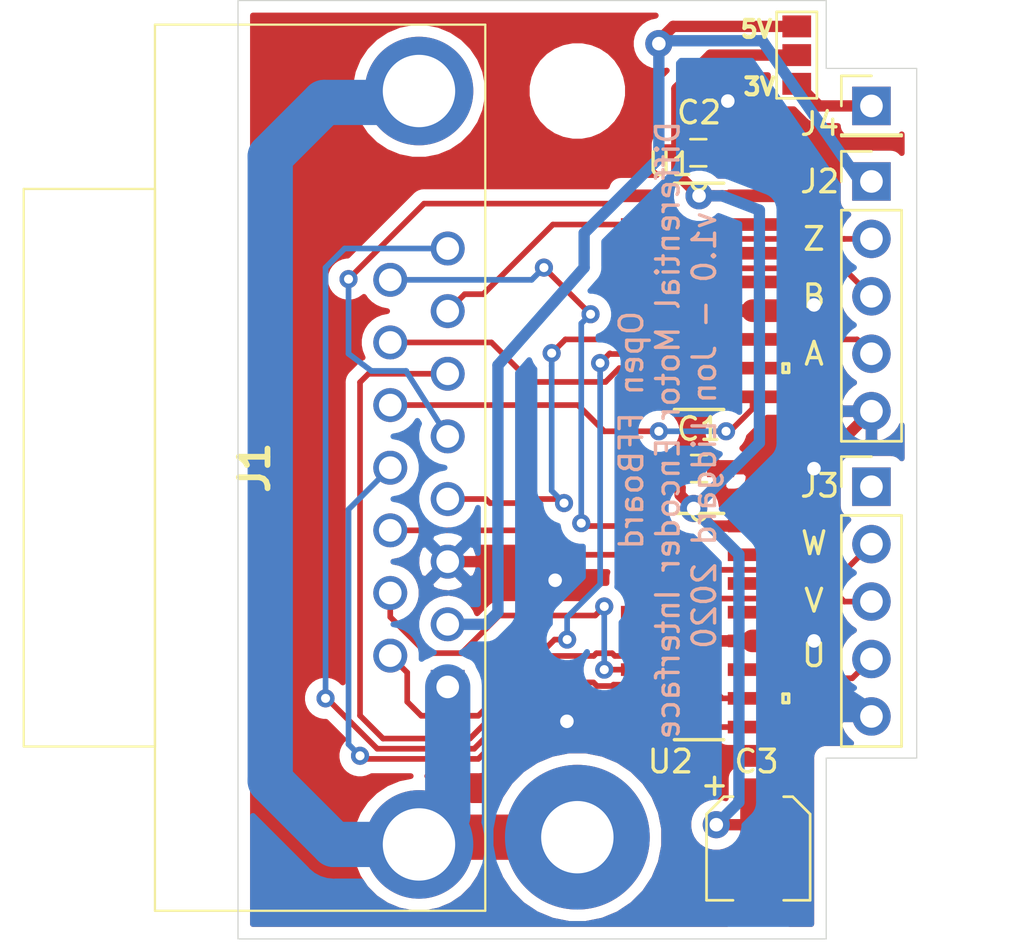
<source format=kicad_pcb>
(kicad_pcb (version 20171130) (host pcbnew "(5.1.5-0-10_14)")

  (general
    (thickness 1.6)
    (drawings 17)
    (tracks 244)
    (zones 0)
    (modules 12)
    (nets 33)
  )

  (page A4)
  (layers
    (0 F.Cu signal)
    (31 B.Cu signal hide)
    (32 B.Adhes user)
    (33 F.Adhes user)
    (34 B.Paste user)
    (35 F.Paste user)
    (36 B.SilkS user)
    (37 F.SilkS user hide)
    (38 B.Mask user)
    (39 F.Mask user)
    (40 Dwgs.User user hide)
    (41 Cmts.User user hide)
    (42 Eco1.User user)
    (43 Eco2.User user)
    (44 Edge.Cuts user)
    (45 Margin user)
    (46 B.CrtYd user)
    (47 F.CrtYd user hide)
    (48 B.Fab user)
    (49 F.Fab user)
  )

  (setup
    (last_trace_width 0.25)
    (trace_clearance 0.2)
    (zone_clearance 0.508)
    (zone_45_only no)
    (trace_min 0.127)
    (via_size 0.8)
    (via_drill 0.4)
    (via_min_size 0.45)
    (via_min_drill 0.3)
    (uvia_size 0.3)
    (uvia_drill 0.1)
    (uvias_allowed no)
    (uvia_min_size 0.2)
    (uvia_min_drill 0.1)
    (edge_width 0.05)
    (segment_width 0.2)
    (pcb_text_width 0.3)
    (pcb_text_size 1.5 1.5)
    (mod_edge_width 0.12)
    (mod_text_size 1 1)
    (mod_text_width 0.15)
    (pad_size 1.524 1.524)
    (pad_drill 0.762)
    (pad_to_mask_clearance 0.051)
    (solder_mask_min_width 0.25)
    (aux_axis_origin 0 0)
    (grid_origin 134.62 68.58)
    (visible_elements FFFFFF7F)
    (pcbplotparams
      (layerselection 0x010fc_ffffffff)
      (usegerberextensions false)
      (usegerberattributes false)
      (usegerberadvancedattributes false)
      (creategerberjobfile false)
      (excludeedgelayer true)
      (linewidth 0.100000)
      (plotframeref false)
      (viasonmask false)
      (mode 1)
      (useauxorigin false)
      (hpglpennumber 1)
      (hpglpenspeed 20)
      (hpglpendiameter 15.000000)
      (psnegative false)
      (psa4output false)
      (plotreference true)
      (plotvalue false)
      (plotinvisibletext false)
      (padsonsilk false)
      (subtractmaskfromsilk false)
      (outputformat 1)
      (mirror false)
      (drillshape 0)
      (scaleselection 1)
      (outputdirectory "./"))
  )

  (net 0 "")
  (net 1 GND)
  (net 2 +5V)
  (net 3 Earth)
  (net 4 B+)
  (net 5 Z-)
  (net 6 U+)
  (net 7 Z+)
  (net 8 U-)
  (net 9 A+)
  (net 10 V+)
  (net 11 W+)
  (net 12 V-)
  (net 13 A-)
  (net 14 B-)
  (net 15 W-)
  (net 16 /A)
  (net 17 /B)
  (net 18 /Z)
  (net 19 /W)
  (net 20 /V)
  (net 21 /U)
  (net 22 "Net-(U1-Pad15)")
  (net 23 "Net-(U1-Pad14)")
  (net 24 "Net-(U1-Pad13)")
  (net 25 "Net-(U1-Pad4)")
  (net 26 "Net-(U2-Pad4)")
  (net 27 "Net-(U2-Pad13)")
  (net 28 "Net-(U2-Pad14)")
  (net 29 "Net-(U2-Pad15)")
  (net 30 VCC)
  (net 31 "Net-(J3-Pad1)")
  (net 32 +3V3)

  (net_class Default "This is the default net class."
    (clearance 0.2)
    (trace_width 0.25)
    (via_dia 0.8)
    (via_drill 0.4)
    (uvia_dia 0.3)
    (uvia_drill 0.1)
    (diff_pair_width 0.4)
    (diff_pair_gap 0.4)
    (add_net /A)
    (add_net /B)
    (add_net /U)
    (add_net /V)
    (add_net /W)
    (add_net /Z)
    (add_net A+)
    (add_net A-)
    (add_net B+)
    (add_net B-)
    (add_net "Net-(J3-Pad1)")
    (add_net "Net-(U1-Pad13)")
    (add_net "Net-(U1-Pad14)")
    (add_net "Net-(U1-Pad15)")
    (add_net "Net-(U1-Pad4)")
    (add_net "Net-(U2-Pad13)")
    (add_net "Net-(U2-Pad14)")
    (add_net "Net-(U2-Pad15)")
    (add_net "Net-(U2-Pad4)")
    (add_net U+)
    (add_net U-)
    (add_net V+)
    (add_net V-)
    (add_net W+)
    (add_net W-)
    (add_net Z+)
    (add_net Z-)
  )

  (net_class Earth ""
    (clearance 0.4)
    (trace_width 2)
    (via_dia 0.8)
    (via_drill 0.4)
    (uvia_dia 0.3)
    (uvia_drill 0.1)
    (diff_pair_width 0.4)
    (diff_pair_gap 0.4)
    (add_net Earth)
  )

  (net_class Power ""
    (clearance 0.3)
    (trace_width 0.5)
    (via_dia 1.2)
    (via_drill 0.6)
    (uvia_dia 0.3)
    (uvia_drill 0.1)
    (add_net +3V3)
    (add_net +5V)
    (add_net GND)
    (add_net VCC)
  )

  (module Capacitors_SMD:C_0603_HandSoldering (layer F.Cu) (tedit 58AA848B) (tstamp 5E932329)
    (at 127 81.28)
    (descr "Capacitor SMD 0603, hand soldering")
    (tags "capacitor 0603")
    (path /5E92D767)
    (attr smd)
    (fp_text reference C1 (at 0 -1.75) (layer F.SilkS)
      (effects (font (size 1 1) (thickness 0.15)))
    )
    (fp_text value C (at 0 2) (layer F.Fab)
      (effects (font (size 1 1) (thickness 0.15)))
    )
    (fp_text user %R (at 0 -1.75) (layer F.Fab)
      (effects (font (size 1 1) (thickness 0.15)))
    )
    (fp_line (start -0.8 0.4) (end -0.8 -0.4) (layer F.Fab) (width 0.1))
    (fp_line (start 0.8 0.4) (end -0.8 0.4) (layer F.Fab) (width 0.1))
    (fp_line (start 0.8 -0.4) (end 0.8 0.4) (layer F.Fab) (width 0.1))
    (fp_line (start -0.8 -0.4) (end 0.8 -0.4) (layer F.Fab) (width 0.1))
    (fp_line (start -0.35 -0.6) (end 0.35 -0.6) (layer F.SilkS) (width 0.12))
    (fp_line (start 0.35 0.6) (end -0.35 0.6) (layer F.SilkS) (width 0.12))
    (fp_line (start -1.8 -0.65) (end 1.8 -0.65) (layer F.CrtYd) (width 0.05))
    (fp_line (start -1.8 -0.65) (end -1.8 0.65) (layer F.CrtYd) (width 0.05))
    (fp_line (start 1.8 0.65) (end 1.8 -0.65) (layer F.CrtYd) (width 0.05))
    (fp_line (start 1.8 0.65) (end -1.8 0.65) (layer F.CrtYd) (width 0.05))
    (pad 1 smd rect (at -0.95 0) (size 1.2 0.75) (layers F.Cu F.Paste F.Mask)
      (net 30 VCC))
    (pad 2 smd rect (at 0.95 0) (size 1.2 0.75) (layers F.Cu F.Paste F.Mask)
      (net 1 GND))
    (model Capacitors_SMD.3dshapes/C_0603.wrl
      (at (xyz 0 0 0))
      (scale (xyz 1 1 1))
      (rotate (xyz 0 0 0))
    )
  )

  (module Capacitors_SMD:C_0603_HandSoldering (layer F.Cu) (tedit 58AA848B) (tstamp 5E9562A4)
    (at 126.968 67.31)
    (descr "Capacitor SMD 0603, hand soldering")
    (tags "capacitor 0603")
    (path /5E92E611)
    (attr smd)
    (fp_text reference C2 (at 0.032 -1.778) (layer F.SilkS)
      (effects (font (size 1 1) (thickness 0.15)))
    )
    (fp_text value C (at 0 2) (layer F.Fab)
      (effects (font (size 1 1) (thickness 0.15)))
    )
    (fp_text user %R (at 0 -1.75) (layer F.Fab)
      (effects (font (size 1 1) (thickness 0.15)))
    )
    (fp_line (start -0.8 0.4) (end -0.8 -0.4) (layer F.Fab) (width 0.1))
    (fp_line (start 0.8 0.4) (end -0.8 0.4) (layer F.Fab) (width 0.1))
    (fp_line (start 0.8 -0.4) (end 0.8 0.4) (layer F.Fab) (width 0.1))
    (fp_line (start -0.8 -0.4) (end 0.8 -0.4) (layer F.Fab) (width 0.1))
    (fp_line (start -0.35 -0.6) (end 0.35 -0.6) (layer F.SilkS) (width 0.12))
    (fp_line (start 0.35 0.6) (end -0.35 0.6) (layer F.SilkS) (width 0.12))
    (fp_line (start -1.8 -0.65) (end 1.8 -0.65) (layer F.CrtYd) (width 0.05))
    (fp_line (start -1.8 -0.65) (end -1.8 0.65) (layer F.CrtYd) (width 0.05))
    (fp_line (start 1.8 0.65) (end 1.8 -0.65) (layer F.CrtYd) (width 0.05))
    (fp_line (start 1.8 0.65) (end -1.8 0.65) (layer F.CrtYd) (width 0.05))
    (pad 1 smd rect (at -0.95 0) (size 1.2 0.75) (layers F.Cu F.Paste F.Mask)
      (net 30 VCC))
    (pad 2 smd rect (at 0.95 0) (size 1.2 0.75) (layers F.Cu F.Paste F.Mask)
      (net 1 GND))
    (model Capacitors_SMD.3dshapes/C_0603.wrl
      (at (xyz 0 0 0))
      (scale (xyz 1 1 1))
      (rotate (xyz 0 0 0))
    )
  )

  (module Mounting_Holes:MountingHole_3.2mm_M3_Pad (layer F.Cu) (tedit 56D1B4CB) (tstamp 5E955B35)
    (at 121.62 97.58)
    (descr "Mounting Hole 3.2mm, M3")
    (tags "mounting hole 3.2mm m3")
    (path /5EA5E61F)
    (attr virtual)
    (fp_text reference H1 (at 0 -4.2) (layer F.SilkS) hide
      (effects (font (size 1 1) (thickness 0.15)))
    )
    (fp_text value MountingHole_Pad (at 0 4.2) (layer F.Fab)
      (effects (font (size 1 1) (thickness 0.15)))
    )
    (fp_text user %R (at 0.3 0) (layer F.Fab)
      (effects (font (size 1 1) (thickness 0.15)))
    )
    (fp_circle (center 0 0) (end 3.2 0) (layer Cmts.User) (width 0.15))
    (fp_circle (center 0 0) (end 3.45 0) (layer F.CrtYd) (width 0.05))
    (pad 1 thru_hole circle (at 0 0) (size 6.4 6.4) (drill 3.2) (layers *.Cu *.Mask)
      (net 3 Earth))
  )

  (module Connect:GS3 (layer F.Cu) (tedit 58613494) (tstamp 5E94DA43)
    (at 131.318 62.992 180)
    (descr "3-pin solder bridge")
    (tags "solder bridge")
    (path /5EA384DC)
    (attr smd)
    (fp_text reference JP1 (at -1.7 0 90) (layer F.SilkS) hide
      (effects (font (size 1 1) (thickness 0.15)))
    )
    (fp_text value SolderJumper_3_Open (at 1.8 0 90) (layer F.Fab) hide
      (effects (font (size 1 1) (thickness 0.15)))
    )
    (fp_line (start -1.15 -2.15) (end 1.15 -2.15) (layer F.CrtYd) (width 0.05))
    (fp_line (start 1.15 -2.15) (end 1.15 2.15) (layer F.CrtYd) (width 0.05))
    (fp_line (start 1.15 2.15) (end -1.15 2.15) (layer F.CrtYd) (width 0.05))
    (fp_line (start -1.15 2.15) (end -1.15 -2.15) (layer F.CrtYd) (width 0.05))
    (fp_line (start -0.89 -1.91) (end -0.89 1.91) (layer F.SilkS) (width 0.12))
    (fp_line (start -0.89 1.91) (end 0.89 1.91) (layer F.SilkS) (width 0.12))
    (fp_line (start 0.89 1.91) (end 0.89 -1.91) (layer F.SilkS) (width 0.12))
    (fp_line (start -0.89 -1.91) (end 0.89 -1.91) (layer F.SilkS) (width 0.12))
    (pad 1 smd rect (at 0 -1.27 180) (size 1.27 0.97) (layers F.Cu F.Paste F.Mask)
      (net 32 +3V3))
    (pad 2 smd rect (at 0 0 180) (size 1.27 0.97) (layers F.Cu F.Paste F.Mask)
      (net 30 VCC))
    (pad 3 smd rect (at 0 1.27 180) (size 1.27 0.97) (layers F.Cu F.Paste F.Mask)
      (net 2 +5V))
  )

  (module Pin_Headers:Pin_Header_Straight_1x01_Pitch2.54mm (layer F.Cu) (tedit 59650532) (tstamp 5E94DC7B)
    (at 134.62 65.24)
    (descr "Through hole straight pin header, 1x01, 2.54mm pitch, single row")
    (tags "Through hole pin header THT 1x01 2.54mm single row")
    (path /5EA2E9C5)
    (fp_text reference J4 (at -2.286 0.8) (layer F.SilkS)
      (effects (font (size 1 1) (thickness 0.15)))
    )
    (fp_text value Conn_01x01_Male (at 0 2.33) (layer F.Fab)
      (effects (font (size 1 1) (thickness 0.15)))
    )
    (fp_line (start -0.635 -1.27) (end 1.27 -1.27) (layer F.Fab) (width 0.1))
    (fp_line (start 1.27 -1.27) (end 1.27 1.27) (layer F.Fab) (width 0.1))
    (fp_line (start 1.27 1.27) (end -1.27 1.27) (layer F.Fab) (width 0.1))
    (fp_line (start -1.27 1.27) (end -1.27 -0.635) (layer F.Fab) (width 0.1))
    (fp_line (start -1.27 -0.635) (end -0.635 -1.27) (layer F.Fab) (width 0.1))
    (fp_line (start -1.33 1.33) (end 1.33 1.33) (layer F.SilkS) (width 0.12))
    (fp_line (start -1.33 1.27) (end -1.33 1.33) (layer F.SilkS) (width 0.12))
    (fp_line (start 1.33 1.27) (end 1.33 1.33) (layer F.SilkS) (width 0.12))
    (fp_line (start -1.33 1.27) (end 1.33 1.27) (layer F.SilkS) (width 0.12))
    (fp_line (start -1.33 0) (end -1.33 -1.33) (layer F.SilkS) (width 0.12))
    (fp_line (start -1.33 -1.33) (end 0 -1.33) (layer F.SilkS) (width 0.12))
    (fp_line (start -1.8 -1.8) (end -1.8 1.8) (layer F.CrtYd) (width 0.05))
    (fp_line (start -1.8 1.8) (end 1.8 1.8) (layer F.CrtYd) (width 0.05))
    (fp_line (start 1.8 1.8) (end 1.8 -1.8) (layer F.CrtYd) (width 0.05))
    (fp_line (start 1.8 -1.8) (end -1.8 -1.8) (layer F.CrtYd) (width 0.05))
    (fp_text user %R (at 0 0 90) (layer F.Fab)
      (effects (font (size 1 1) (thickness 0.15)))
    )
    (pad 1 thru_hole rect (at 0 0) (size 1.7 1.7) (drill 1) (layers *.Cu *.Mask)
      (net 32 +3V3))
    (model ${KISYS3DMOD}/Pin_Headers.3dshapes/Pin_Header_Straight_1x01_Pitch2.54mm.wrl
      (at (xyz 0 0 0))
      (scale (xyz 1 1 1))
      (rotate (xyz 0 0 0))
    )
  )

  (module AM26C32CD:AM26C32CD (layer F.Cu) (tedit 0) (tstamp 5E93248C)
    (at 127 88.265)
    (path /5E90E3E7)
    (fp_text reference U2 (at -1.27 5.969) (layer F.SilkS)
      (effects (font (size 1 1) (thickness 0.15)))
    )
    (fp_text value AM26LV32xD (at 0 0) (layer F.SilkS) hide
      (effects (font (size 1 1) (thickness 0.15)))
    )
    (fp_text user "Copyright 2016 Accelerated Designs. All rights reserved." (at 0 0) (layer Cmts.User) hide
      (effects (font (size 0.127 0.127) (thickness 0.002)))
    )
    (fp_text user * (at -2.6162 -6.1468) (layer F.SilkS) hide
      (effects (font (size 1 1) (thickness 0.15)))
    )
    (fp_text user * (at -2.6162 -6.1468) (layer F.Fab)
      (effects (font (size 1 1) (thickness 0.15)))
    )
    (fp_text user .05in/1.27mm (at -5.4102 -3.81) (layer Dwgs.User)
      (effects (font (size 1 1) (thickness 0.15)))
    )
    (fp_text user .022in/.559mm (at 5.4102 -4.445) (layer Dwgs.User)
      (effects (font (size 1 1) (thickness 0.15)))
    )
    (fp_text user .186in/4.724mm (at 0 -7.4168) (layer Dwgs.User)
      (effects (font (size 1 1) (thickness 0.15)))
    )
    (fp_text user .086in/2.184mm (at -2.3622 7.4168) (layer Dwgs.User)
      (effects (font (size 1 1) (thickness 0.15)))
    )
    (fp_text user * (at -2.6162 -6.1468) (layer F.Fab)
      (effects (font (size 1 1) (thickness 0.15)))
    )
    (fp_text user * (at -2.6162 -6.1468) (layer F.SilkS) hide
      (effects (font (size 1 1) (thickness 0.15)))
    )
    (fp_line (start -1.9939 -4.191) (end -1.9939 -4.699) (layer F.Fab) (width 0.1524))
    (fp_line (start -1.9939 -4.699) (end -3.0988 -4.699) (layer F.Fab) (width 0.1524))
    (fp_line (start -3.0988 -4.699) (end -3.0988 -4.191) (layer F.Fab) (width 0.1524))
    (fp_line (start -3.0988 -4.191) (end -1.9939 -4.191) (layer F.Fab) (width 0.1524))
    (fp_line (start -1.9939 -2.921) (end -1.9939 -3.429) (layer F.Fab) (width 0.1524))
    (fp_line (start -1.9939 -3.429) (end -3.0988 -3.429) (layer F.Fab) (width 0.1524))
    (fp_line (start -3.0988 -3.429) (end -3.0988 -2.921) (layer F.Fab) (width 0.1524))
    (fp_line (start -3.0988 -2.921) (end -1.9939 -2.921) (layer F.Fab) (width 0.1524))
    (fp_line (start -1.9939 -1.651) (end -1.9939 -2.159) (layer F.Fab) (width 0.1524))
    (fp_line (start -1.9939 -2.159) (end -3.0988 -2.159) (layer F.Fab) (width 0.1524))
    (fp_line (start -3.0988 -2.159) (end -3.0988 -1.651) (layer F.Fab) (width 0.1524))
    (fp_line (start -3.0988 -1.651) (end -1.9939 -1.651) (layer F.Fab) (width 0.1524))
    (fp_line (start -1.9939 -0.381) (end -1.9939 -0.889) (layer F.Fab) (width 0.1524))
    (fp_line (start -1.9939 -0.889) (end -3.0988 -0.889) (layer F.Fab) (width 0.1524))
    (fp_line (start -3.0988 -0.889) (end -3.0988 -0.381) (layer F.Fab) (width 0.1524))
    (fp_line (start -3.0988 -0.381) (end -1.9939 -0.381) (layer F.Fab) (width 0.1524))
    (fp_line (start -1.9939 0.889) (end -1.9939 0.381) (layer F.Fab) (width 0.1524))
    (fp_line (start -1.9939 0.381) (end -3.0988 0.381) (layer F.Fab) (width 0.1524))
    (fp_line (start -3.0988 0.381) (end -3.0988 0.889) (layer F.Fab) (width 0.1524))
    (fp_line (start -3.0988 0.889) (end -1.9939 0.889) (layer F.Fab) (width 0.1524))
    (fp_line (start -1.9939 2.159) (end -1.9939 1.651) (layer F.Fab) (width 0.1524))
    (fp_line (start -1.9939 1.651) (end -3.0988 1.651) (layer F.Fab) (width 0.1524))
    (fp_line (start -3.0988 1.651) (end -3.0988 2.159) (layer F.Fab) (width 0.1524))
    (fp_line (start -3.0988 2.159) (end -1.9939 2.159) (layer F.Fab) (width 0.1524))
    (fp_line (start -1.9939 3.429) (end -1.9939 2.921) (layer F.Fab) (width 0.1524))
    (fp_line (start -1.9939 2.921) (end -3.0988 2.921) (layer F.Fab) (width 0.1524))
    (fp_line (start -3.0988 2.921) (end -3.0988 3.429) (layer F.Fab) (width 0.1524))
    (fp_line (start -3.0988 3.429) (end -1.9939 3.429) (layer F.Fab) (width 0.1524))
    (fp_line (start -1.9939 4.699) (end -1.9939 4.191) (layer F.Fab) (width 0.1524))
    (fp_line (start -1.9939 4.191) (end -3.0988 4.191) (layer F.Fab) (width 0.1524))
    (fp_line (start -3.0988 4.191) (end -3.0988 4.699) (layer F.Fab) (width 0.1524))
    (fp_line (start -3.0988 4.699) (end -1.9939 4.699) (layer F.Fab) (width 0.1524))
    (fp_line (start 1.9939 4.191) (end 1.9939 4.699) (layer F.Fab) (width 0.1524))
    (fp_line (start 1.9939 4.699) (end 3.0988 4.699) (layer F.Fab) (width 0.1524))
    (fp_line (start 3.0988 4.699) (end 3.0988 4.191) (layer F.Fab) (width 0.1524))
    (fp_line (start 3.0988 4.191) (end 1.9939 4.191) (layer F.Fab) (width 0.1524))
    (fp_line (start 1.9939 2.921) (end 1.9939 3.429) (layer F.Fab) (width 0.1524))
    (fp_line (start 1.9939 3.429) (end 3.0988 3.429) (layer F.Fab) (width 0.1524))
    (fp_line (start 3.0988 3.429) (end 3.0988 2.921) (layer F.Fab) (width 0.1524))
    (fp_line (start 3.0988 2.921) (end 1.9939 2.921) (layer F.Fab) (width 0.1524))
    (fp_line (start 1.9939 1.651) (end 1.9939 2.159) (layer F.Fab) (width 0.1524))
    (fp_line (start 1.9939 2.159) (end 3.0988 2.159) (layer F.Fab) (width 0.1524))
    (fp_line (start 3.0988 2.159) (end 3.0988 1.651) (layer F.Fab) (width 0.1524))
    (fp_line (start 3.0988 1.651) (end 1.9939 1.651) (layer F.Fab) (width 0.1524))
    (fp_line (start 1.9939 0.381) (end 1.9939 0.889) (layer F.Fab) (width 0.1524))
    (fp_line (start 1.9939 0.889) (end 3.0988 0.889) (layer F.Fab) (width 0.1524))
    (fp_line (start 3.0988 0.889) (end 3.0988 0.381) (layer F.Fab) (width 0.1524))
    (fp_line (start 3.0988 0.381) (end 1.9939 0.381) (layer F.Fab) (width 0.1524))
    (fp_line (start 1.9939 -0.889) (end 1.9939 -0.381) (layer F.Fab) (width 0.1524))
    (fp_line (start 1.9939 -0.381) (end 3.0988 -0.381) (layer F.Fab) (width 0.1524))
    (fp_line (start 3.0988 -0.381) (end 3.0988 -0.889) (layer F.Fab) (width 0.1524))
    (fp_line (start 3.0988 -0.889) (end 1.9939 -0.889) (layer F.Fab) (width 0.1524))
    (fp_line (start 1.9939 -2.159) (end 1.9939 -1.651) (layer F.Fab) (width 0.1524))
    (fp_line (start 1.9939 -1.651) (end 3.0988 -1.651) (layer F.Fab) (width 0.1524))
    (fp_line (start 3.0988 -1.651) (end 3.0988 -2.159) (layer F.Fab) (width 0.1524))
    (fp_line (start 3.0988 -2.159) (end 1.9939 -2.159) (layer F.Fab) (width 0.1524))
    (fp_line (start 1.9939 -3.429) (end 1.9939 -2.921) (layer F.Fab) (width 0.1524))
    (fp_line (start 1.9939 -2.921) (end 3.0988 -2.921) (layer F.Fab) (width 0.1524))
    (fp_line (start 3.0988 -2.921) (end 3.0988 -3.429) (layer F.Fab) (width 0.1524))
    (fp_line (start 3.0988 -3.429) (end 1.9939 -3.429) (layer F.Fab) (width 0.1524))
    (fp_line (start 1.9939 -4.699) (end 1.9939 -4.191) (layer F.Fab) (width 0.1524))
    (fp_line (start 1.9939 -4.191) (end 3.0988 -4.191) (layer F.Fab) (width 0.1524))
    (fp_line (start 3.0988 -4.191) (end 3.0988 -4.699) (layer F.Fab) (width 0.1524))
    (fp_line (start 3.0988 -4.699) (end 1.9939 -4.699) (layer F.Fab) (width 0.1524))
    (fp_line (start -1.089303 5.0038) (end 1.089303 5.0038) (layer F.SilkS) (width 0.1524))
    (fp_line (start 1.089303 -5.0038) (end -1.089303 -5.0038) (layer F.SilkS) (width 0.1524))
    (fp_line (start -1.9939 5.0038) (end 1.9939 5.0038) (layer F.Fab) (width 0.1524))
    (fp_line (start 1.9939 5.0038) (end 1.9939 -5.0038) (layer F.Fab) (width 0.1524))
    (fp_line (start 1.9939 -5.0038) (end -1.9939 -5.0038) (layer F.Fab) (width 0.1524))
    (fp_line (start -1.9939 -5.0038) (end -1.9939 5.0038) (layer F.Fab) (width 0.1524))
    (fp_line (start 3.9624 2.9845) (end 3.9624 3.3655) (layer F.SilkS) (width 0.1524))
    (fp_line (start 3.9624 3.3655) (end 3.7084 3.3655) (layer F.SilkS) (width 0.1524))
    (fp_line (start 3.7084 3.3655) (end 3.7084 2.9845) (layer F.SilkS) (width 0.1524))
    (fp_line (start 3.7084 2.9845) (end 3.9624 2.9845) (layer F.SilkS) (width 0.1524))
    (fp_line (start -3.7084 5.2578) (end -3.7084 -5.2578) (layer F.CrtYd) (width 0.1524))
    (fp_line (start -3.7084 -5.2578) (end 3.7084 -5.2578) (layer F.CrtYd) (width 0.1524))
    (fp_line (start 3.7084 -5.2578) (end 3.7084 5.2578) (layer F.CrtYd) (width 0.1524))
    (fp_line (start 3.7084 5.2578) (end -3.7084 5.2578) (layer F.CrtYd) (width 0.1524))
    (fp_arc (start 0 -5.0038) (end 0.3048 -5.0038) (angle 180) (layer F.SilkS) (width 0.1524))
    (fp_arc (start 0 -5.0038) (end 0.3048 -5.0038) (angle 180) (layer F.Fab) (width 0.1524))
    (pad 1 smd rect (at -2.3622 -4.445) (size 2.1844 0.5588) (layers F.Cu F.Paste F.Mask)
      (net 15 W-))
    (pad 2 smd rect (at -2.3622 -3.175) (size 2.1844 0.5588) (layers F.Cu F.Paste F.Mask)
      (net 11 W+))
    (pad 3 smd rect (at -2.3622 -1.905) (size 2.1844 0.5588) (layers F.Cu F.Paste F.Mask)
      (net 19 /W))
    (pad 4 smd rect (at -2.3622 -0.635) (size 2.1844 0.5588) (layers F.Cu F.Paste F.Mask)
      (net 26 "Net-(U2-Pad4)"))
    (pad 5 smd rect (at -2.3622 0.635) (size 2.1844 0.5588) (layers F.Cu F.Paste F.Mask)
      (net 20 /V))
    (pad 6 smd rect (at -2.3622 1.905) (size 2.1844 0.5588) (layers F.Cu F.Paste F.Mask)
      (net 10 V+))
    (pad 7 smd rect (at -2.3622 3.175) (size 2.1844 0.5588) (layers F.Cu F.Paste F.Mask)
      (net 12 V-))
    (pad 8 smd rect (at -2.3622 4.445) (size 2.1844 0.5588) (layers F.Cu F.Paste F.Mask)
      (net 1 GND))
    (pad 9 smd rect (at 2.3622 4.445) (size 2.1844 0.5588) (layers F.Cu F.Paste F.Mask)
      (net 8 U-))
    (pad 10 smd rect (at 2.3622 3.175) (size 2.1844 0.5588) (layers F.Cu F.Paste F.Mask)
      (net 6 U+))
    (pad 11 smd rect (at 2.3622 1.905) (size 2.1844 0.5588) (layers F.Cu F.Paste F.Mask)
      (net 21 /U))
    (pad 12 smd rect (at 2.3622 0.635) (size 2.1844 0.5588) (layers F.Cu F.Paste F.Mask)
      (net 1 GND))
    (pad 13 smd rect (at 2.3622 -0.635) (size 2.1844 0.5588) (layers F.Cu F.Paste F.Mask)
      (net 27 "Net-(U2-Pad13)"))
    (pad 14 smd rect (at 2.3622 -1.905) (size 2.1844 0.5588) (layers F.Cu F.Paste F.Mask)
      (net 28 "Net-(U2-Pad14)"))
    (pad 15 smd rect (at 2.3622 -3.175) (size 2.1844 0.5588) (layers F.Cu F.Paste F.Mask)
      (net 29 "Net-(U2-Pad15)"))
    (pad 16 smd rect (at 2.3622 -4.445) (size 2.1844 0.5588) (layers F.Cu F.Paste F.Mask)
      (net 30 VCC))
  )

  (module Mounting_Holes:MountingHole_3.2mm_M3 (layer F.Cu) (tedit 56D1B4CB) (tstamp 5E94E8C3)
    (at 121.62 64.58)
    (descr "Mounting Hole 3.2mm, no annular, M3")
    (tags "mounting hole 3.2mm no annular m3")
    (attr virtual)
    (fp_text reference REF** (at 0 -4.2) (layer F.SilkS) hide
      (effects (font (size 1 1) (thickness 0.15)))
    )
    (fp_text value MountingHole_3.2mm_M3 (at 0 4.2) (layer F.Fab)
      (effects (font (size 1 1) (thickness 0.15)))
    )
    (fp_text user %R (at 0.3 0) (layer F.Fab)
      (effects (font (size 1 1) (thickness 0.15)))
    )
    (fp_circle (center 0 0) (end 3.2 0) (layer Cmts.User) (width 0.15))
    (fp_circle (center 0 0) (end 3.45 0) (layer F.CrtYd) (width 0.05))
    (pad 1 np_thru_hole circle (at 0 0) (size 3.2 3.2) (drill 3.2) (layers *.Cu *.Mask))
  )

  (module SamacSys:L77SDA15S1ACH4F (layer F.Cu) (tedit 0) (tstamp 5E9425E1)
    (at 115.89 90.935 270)
    (descr L77SDA15S1ACH4F-2)
    (tags Connector)
    (path /5E964E77)
    (fp_text reference J1 (at -9.695 8.54 90) (layer F.SilkS)
      (effects (font (size 1.27 1.27) (thickness 0.254)))
    )
    (fp_text value L77SDA15S1ACH4F (at -9.695 8.54 90) (layer F.SilkS) hide
      (effects (font (size 1.27 1.27) (thickness 0.254)))
    )
    (fp_text user %R (at -9.695 8.54 90) (layer F.Fab)
      (effects (font (size 1.27 1.27) (thickness 0.254)))
    )
    (fp_line (start -29.29 12.94) (end 9.9 12.94) (layer F.Fab) (width 0.2))
    (fp_line (start 9.9 12.94) (end 9.9 -1.66) (layer F.Fab) (width 0.2))
    (fp_line (start 9.9 -1.66) (end -29.29 -1.66) (layer F.Fab) (width 0.2))
    (fp_line (start -29.29 -1.66) (end -29.29 12.94) (layer F.Fab) (width 0.2))
    (fp_line (start -29.29 -1.66) (end 9.9 -1.66) (layer F.SilkS) (width 0.1))
    (fp_line (start 9.9 -1.66) (end 9.9 12.94) (layer F.SilkS) (width 0.1))
    (fp_line (start 9.9 12.94) (end -29.29 12.94) (layer F.SilkS) (width 0.1))
    (fp_line (start -29.29 12.94) (end -29.29 -1.66) (layer F.SilkS) (width 0.1))
    (fp_line (start -22.025 12.94) (end 2.635 12.94) (layer F.Fab) (width 0.2))
    (fp_line (start 2.635 12.94) (end 2.635 18.74) (layer F.Fab) (width 0.2))
    (fp_line (start 2.635 18.74) (end -22.025 18.74) (layer F.Fab) (width 0.2))
    (fp_line (start -22.025 18.74) (end -22.025 12.94) (layer F.Fab) (width 0.2))
    (fp_line (start -22.025 12.94) (end 2.635 12.94) (layer F.SilkS) (width 0.1))
    (fp_line (start 2.635 12.94) (end 2.635 18.74) (layer F.SilkS) (width 0.1))
    (fp_line (start 2.635 18.74) (end -22.025 18.74) (layer F.SilkS) (width 0.1))
    (fp_line (start -22.025 18.74) (end -22.025 12.94) (layer F.SilkS) (width 0.1))
    (fp_line (start -30.29 -2.66) (end 10.9 -2.66) (layer F.CrtYd) (width 0.1))
    (fp_line (start 10.9 -2.66) (end 10.9 19.74) (layer F.CrtYd) (width 0.1))
    (fp_line (start 10.9 19.74) (end -30.29 19.74) (layer F.CrtYd) (width 0.1))
    (fp_line (start -30.29 19.74) (end -30.29 -2.66) (layer F.CrtYd) (width 0.1))
    (pad 1 thru_hole rect (at 0 0 270) (size 1.5 1.5) (drill 1) (layers *.Cu *.Mask)
      (net 3 Earth))
    (pad 2 thru_hole circle (at -2.77 0 270) (size 1.5 1.5) (drill 1) (layers *.Cu *.Mask)
      (net 2 +5V))
    (pad 3 thru_hole circle (at -5.54 0 270) (size 1.5 1.5) (drill 1) (layers *.Cu *.Mask)
      (net 1 GND))
    (pad 4 thru_hole circle (at -8.31 0 270) (size 1.5 1.5) (drill 1) (layers *.Cu *.Mask)
      (net 4 B+))
    (pad 5 thru_hole circle (at -11.08 0 270) (size 1.5 1.5) (drill 1) (layers *.Cu *.Mask)
      (net 5 Z-))
    (pad 6 thru_hole circle (at -13.85 0 270) (size 1.5 1.5) (drill 1) (layers *.Cu *.Mask)
      (net 6 U+))
    (pad 7 thru_hole circle (at -16.62 0 270) (size 1.5 1.5) (drill 1) (layers *.Cu *.Mask)
      (net 7 Z+))
    (pad 8 thru_hole circle (at -19.39 0 270) (size 1.5 1.5) (drill 1) (layers *.Cu *.Mask)
      (net 8 U-))
    (pad 9 thru_hole circle (at -1.385 2.54 270) (size 1.5 1.5) (drill 1) (layers *.Cu *.Mask)
      (net 9 A+))
    (pad 10 thru_hole circle (at -4.155 2.54 270) (size 1.5 1.5) (drill 1) (layers *.Cu *.Mask)
      (net 10 V+))
    (pad 11 thru_hole circle (at -6.925 2.54 270) (size 1.5 1.5) (drill 1) (layers *.Cu *.Mask)
      (net 11 W+))
    (pad 12 thru_hole circle (at -9.695 2.54 270) (size 1.5 1.5) (drill 1) (layers *.Cu *.Mask)
      (net 12 V-))
    (pad 13 thru_hole circle (at -12.465 2.54 270) (size 1.5 1.5) (drill 1) (layers *.Cu *.Mask)
      (net 13 A-))
    (pad 14 thru_hole circle (at -15.235 2.54 270) (size 1.5 1.5) (drill 1) (layers *.Cu *.Mask)
      (net 14 B-))
    (pad 15 thru_hole circle (at -18.005 2.54 270) (size 1.5 1.5) (drill 1) (layers *.Cu *.Mask)
      (net 15 W-))
    (pad MH1 thru_hole circle (at -26.355 1.27 270) (size 4.8 4.8) (drill 3.2) (layers *.Cu *.Mask)
      (net 3 Earth))
    (pad MH2 thru_hole circle (at 6.965 1.27 270) (size 4.8 4.8) (drill 3.2) (layers *.Cu *.Mask)
      (net 3 Earth))
    (model C:\SamacSys_PCB_Library\KiCad\SamacSys_Parts.3dshapes\L77SDA15S1ACH4F.stp
      (at (xyz 0 0 0))
      (scale (xyz 1 1 1))
      (rotate (xyz 0 0 0))
    )
  )

  (module Capacitors_SMD:CP_Elec_4x5.3 (layer F.Cu) (tedit 58AA85FB) (tstamp 5E932356)
    (at 129.62 98.08 270)
    (descr "SMT capacitor, aluminium electrolytic, 4x5.3")
    (path /5E92F466)
    (attr smd)
    (fp_text reference C3 (at -3.846 0.08 180) (layer F.SilkS)
      (effects (font (size 1 1) (thickness 0.15)))
    )
    (fp_text value CP (at 0 -3.54 90) (layer F.Fab)
      (effects (font (size 1 1) (thickness 0.15)))
    )
    (fp_circle (center 0 0) (end 0 2.1) (layer F.Fab) (width 0.1))
    (fp_text user + (at -1.21 -0.08 90) (layer F.Fab)
      (effects (font (size 1 1) (thickness 0.15)))
    )
    (fp_text user + (at -2.77 2.01 90) (layer F.SilkS)
      (effects (font (size 1 1) (thickness 0.15)))
    )
    (fp_text user %R (at 0 3.54 90) (layer F.Fab)
      (effects (font (size 1 1) (thickness 0.15)))
    )
    (fp_line (start 2.13 2.13) (end 2.13 -2.13) (layer F.Fab) (width 0.1))
    (fp_line (start -1.46 2.13) (end 2.13 2.13) (layer F.Fab) (width 0.1))
    (fp_line (start -2.13 1.46) (end -1.46 2.13) (layer F.Fab) (width 0.1))
    (fp_line (start -2.13 -1.46) (end -2.13 1.46) (layer F.Fab) (width 0.1))
    (fp_line (start -1.46 -2.13) (end -2.13 -1.46) (layer F.Fab) (width 0.1))
    (fp_line (start 2.13 -2.13) (end -1.46 -2.13) (layer F.Fab) (width 0.1))
    (fp_line (start -2.29 -1.52) (end -2.29 -1.12) (layer F.SilkS) (width 0.12))
    (fp_line (start 2.29 -2.29) (end 2.29 -1.12) (layer F.SilkS) (width 0.12))
    (fp_line (start 2.29 2.29) (end 2.29 1.12) (layer F.SilkS) (width 0.12))
    (fp_line (start -2.29 1.52) (end -2.29 1.12) (layer F.SilkS) (width 0.12))
    (fp_line (start -1.52 2.29) (end 2.29 2.29) (layer F.SilkS) (width 0.12))
    (fp_line (start -1.52 2.29) (end -2.29 1.52) (layer F.SilkS) (width 0.12))
    (fp_line (start -1.52 -2.29) (end 2.29 -2.29) (layer F.SilkS) (width 0.12))
    (fp_line (start -1.52 -2.29) (end -2.29 -1.52) (layer F.SilkS) (width 0.12))
    (fp_line (start -3.35 -2.39) (end 3.35 -2.39) (layer F.CrtYd) (width 0.05))
    (fp_line (start -3.35 -2.39) (end -3.35 2.38) (layer F.CrtYd) (width 0.05))
    (fp_line (start 3.35 2.38) (end 3.35 -2.39) (layer F.CrtYd) (width 0.05))
    (fp_line (start 3.35 2.38) (end -3.35 2.38) (layer F.CrtYd) (width 0.05))
    (pad 1 smd rect (at -1.8 0 90) (size 2.6 1.6) (layers F.Cu F.Paste F.Mask)
      (net 30 VCC))
    (pad 2 smd rect (at 1.8 0 90) (size 2.6 1.6) (layers F.Cu F.Paste F.Mask)
      (net 1 GND))
    (model Capacitors_SMD.3dshapes/CP_Elec_4x5.3.wrl
      (at (xyz 0 0 0))
      (scale (xyz 1 1 1))
      (rotate (xyz 0 0 180))
    )
  )

  (module Pin_Headers:Pin_Header_Straight_1x05_Pitch2.54mm locked (layer F.Cu) (tedit 59650532) (tstamp 5E9338B3)
    (at 134.62 68.58)
    (descr "Through hole straight pin header, 1x05, 2.54mm pitch, single row")
    (tags "Through hole pin header THT 1x05 2.54mm single row")
    (path /5E9017A4)
    (fp_text reference J2 (at -2.286 0) (layer F.SilkS)
      (effects (font (size 1 1) (thickness 0.15)))
    )
    (fp_text value Conn_01x05_Male (at 0 12.49) (layer F.Fab)
      (effects (font (size 1 1) (thickness 0.15)))
    )
    (fp_text user %R (at 0 5.08 90) (layer F.Fab)
      (effects (font (size 1 1) (thickness 0.15)))
    )
    (fp_line (start 1.8 -1.8) (end -1.8 -1.8) (layer F.CrtYd) (width 0.05))
    (fp_line (start 1.8 11.95) (end 1.8 -1.8) (layer F.CrtYd) (width 0.05))
    (fp_line (start -1.8 11.95) (end 1.8 11.95) (layer F.CrtYd) (width 0.05))
    (fp_line (start -1.8 -1.8) (end -1.8 11.95) (layer F.CrtYd) (width 0.05))
    (fp_line (start -1.33 -1.33) (end 0 -1.33) (layer F.SilkS) (width 0.12))
    (fp_line (start -1.33 0) (end -1.33 -1.33) (layer F.SilkS) (width 0.12))
    (fp_line (start -1.33 1.27) (end 1.33 1.27) (layer F.SilkS) (width 0.12))
    (fp_line (start 1.33 1.27) (end 1.33 11.49) (layer F.SilkS) (width 0.12))
    (fp_line (start -1.33 1.27) (end -1.33 11.49) (layer F.SilkS) (width 0.12))
    (fp_line (start -1.33 11.49) (end 1.33 11.49) (layer F.SilkS) (width 0.12))
    (fp_line (start -1.27 -0.635) (end -0.635 -1.27) (layer F.Fab) (width 0.1))
    (fp_line (start -1.27 11.43) (end -1.27 -0.635) (layer F.Fab) (width 0.1))
    (fp_line (start 1.27 11.43) (end -1.27 11.43) (layer F.Fab) (width 0.1))
    (fp_line (start 1.27 -1.27) (end 1.27 11.43) (layer F.Fab) (width 0.1))
    (fp_line (start -0.635 -1.27) (end 1.27 -1.27) (layer F.Fab) (width 0.1))
    (pad 5 thru_hole oval (at 0 10.16) (size 1.7 1.7) (drill 1) (layers *.Cu *.Mask)
      (net 1 GND))
    (pad 4 thru_hole oval (at 0 7.62) (size 1.7 1.7) (drill 1) (layers *.Cu *.Mask)
      (net 16 /A))
    (pad 3 thru_hole oval (at 0 5.08) (size 1.7 1.7) (drill 1) (layers *.Cu *.Mask)
      (net 17 /B))
    (pad 2 thru_hole oval (at 0 2.54) (size 1.7 1.7) (drill 1) (layers *.Cu *.Mask)
      (net 18 /Z))
    (pad 1 thru_hole rect (at 0 0) (size 1.7 1.7) (drill 1) (layers *.Cu *.Mask)
      (net 2 +5V))
    (model ${KISYS3DMOD}/Pin_Headers.3dshapes/Pin_Header_Straight_1x05_Pitch2.54mm.wrl
      (at (xyz 0 0 0))
      (scale (xyz 1 1 1))
      (rotate (xyz 0 0 0))
    )
  )

  (module Pin_Headers:Pin_Header_Straight_1x05_Pitch2.54mm locked (layer F.Cu) (tedit 59650532) (tstamp 5E94C42C)
    (at 134.62 82.08)
    (descr "Through hole straight pin header, 1x05, 2.54mm pitch, single row")
    (tags "Through hole pin header THT 1x05 2.54mm single row")
    (path /5E9024C0)
    (fp_text reference J3 (at -2.286 -0.04) (layer F.SilkS)
      (effects (font (size 1 1) (thickness 0.15)))
    )
    (fp_text value Conn_01x05_Male (at 0 12.49) (layer F.Fab)
      (effects (font (size 1 1) (thickness 0.15)))
    )
    (fp_text user %R (at 0 5.08 90) (layer F.Fab)
      (effects (font (size 1 1) (thickness 0.15)))
    )
    (fp_line (start 1.8 -1.8) (end -1.8 -1.8) (layer F.CrtYd) (width 0.05))
    (fp_line (start 1.8 11.95) (end 1.8 -1.8) (layer F.CrtYd) (width 0.05))
    (fp_line (start -1.8 11.95) (end 1.8 11.95) (layer F.CrtYd) (width 0.05))
    (fp_line (start -1.8 -1.8) (end -1.8 11.95) (layer F.CrtYd) (width 0.05))
    (fp_line (start -1.33 -1.33) (end 0 -1.33) (layer F.SilkS) (width 0.12))
    (fp_line (start -1.33 0) (end -1.33 -1.33) (layer F.SilkS) (width 0.12))
    (fp_line (start -1.33 1.27) (end 1.33 1.27) (layer F.SilkS) (width 0.12))
    (fp_line (start 1.33 1.27) (end 1.33 11.49) (layer F.SilkS) (width 0.12))
    (fp_line (start -1.33 1.27) (end -1.33 11.49) (layer F.SilkS) (width 0.12))
    (fp_line (start -1.33 11.49) (end 1.33 11.49) (layer F.SilkS) (width 0.12))
    (fp_line (start -1.27 -0.635) (end -0.635 -1.27) (layer F.Fab) (width 0.1))
    (fp_line (start -1.27 11.43) (end -1.27 -0.635) (layer F.Fab) (width 0.1))
    (fp_line (start 1.27 11.43) (end -1.27 11.43) (layer F.Fab) (width 0.1))
    (fp_line (start 1.27 -1.27) (end 1.27 11.43) (layer F.Fab) (width 0.1))
    (fp_line (start -0.635 -1.27) (end 1.27 -1.27) (layer F.Fab) (width 0.1))
    (pad 5 thru_hole oval (at 0 10.16) (size 1.7 1.7) (drill 1) (layers *.Cu *.Mask)
      (net 1 GND))
    (pad 4 thru_hole oval (at 0 7.62) (size 1.7 1.7) (drill 1) (layers *.Cu *.Mask)
      (net 21 /U))
    (pad 3 thru_hole oval (at 0 5.08) (size 1.7 1.7) (drill 1) (layers *.Cu *.Mask)
      (net 20 /V))
    (pad 2 thru_hole oval (at 0 2.54) (size 1.7 1.7) (drill 1) (layers *.Cu *.Mask)
      (net 19 /W))
    (pad 1 thru_hole rect (at 0 0) (size 1.7 1.7) (drill 1) (layers *.Cu *.Mask)
      (net 31 "Net-(J3-Pad1)"))
    (model ${KISYS3DMOD}/Pin_Headers.3dshapes/Pin_Header_Straight_1x05_Pitch2.54mm.wrl
      (at (xyz 0 0 0))
      (scale (xyz 1 1 1))
      (rotate (xyz 0 0 0))
    )
  )

  (module AM26C32CD:AM26C32CD (layer F.Cu) (tedit 0) (tstamp 5E93464A)
    (at 127 73.66)
    (path /5E83B3D3)
    (fp_text reference U1 (at -1.27 -5.842) (layer F.SilkS)
      (effects (font (size 1 1) (thickness 0.15)))
    )
    (fp_text value AM26LV32xD (at 0 0) (layer F.SilkS) hide
      (effects (font (size 1 1) (thickness 0.15)))
    )
    (fp_arc (start 0 -5.0038) (end 0.3048 -5.0038) (angle 180) (layer F.Fab) (width 0.1524))
    (fp_arc (start 0 -5.0038) (end 0.3048 -5.0038) (angle 180) (layer F.SilkS) (width 0.1524))
    (fp_line (start 3.7084 5.2578) (end -3.7084 5.2578) (layer F.CrtYd) (width 0.1524))
    (fp_line (start 3.7084 -5.2578) (end 3.7084 5.2578) (layer F.CrtYd) (width 0.1524))
    (fp_line (start -3.7084 -5.2578) (end 3.7084 -5.2578) (layer F.CrtYd) (width 0.1524))
    (fp_line (start -3.7084 5.2578) (end -3.7084 -5.2578) (layer F.CrtYd) (width 0.1524))
    (fp_line (start 3.7084 2.9845) (end 3.9624 2.9845) (layer F.SilkS) (width 0.1524))
    (fp_line (start 3.7084 3.3655) (end 3.7084 2.9845) (layer F.SilkS) (width 0.1524))
    (fp_line (start 3.9624 3.3655) (end 3.7084 3.3655) (layer F.SilkS) (width 0.1524))
    (fp_line (start 3.9624 2.9845) (end 3.9624 3.3655) (layer F.SilkS) (width 0.1524))
    (fp_line (start -1.9939 -5.0038) (end -1.9939 5.0038) (layer F.Fab) (width 0.1524))
    (fp_line (start 1.9939 -5.0038) (end -1.9939 -5.0038) (layer F.Fab) (width 0.1524))
    (fp_line (start 1.9939 5.0038) (end 1.9939 -5.0038) (layer F.Fab) (width 0.1524))
    (fp_line (start -1.9939 5.0038) (end 1.9939 5.0038) (layer F.Fab) (width 0.1524))
    (fp_line (start 1.089303 -5.0038) (end -1.089303 -5.0038) (layer F.SilkS) (width 0.1524))
    (fp_line (start -1.089303 5.0038) (end 1.089303 5.0038) (layer F.SilkS) (width 0.1524))
    (fp_line (start 3.0988 -4.699) (end 1.9939 -4.699) (layer F.Fab) (width 0.1524))
    (fp_line (start 3.0988 -4.191) (end 3.0988 -4.699) (layer F.Fab) (width 0.1524))
    (fp_line (start 1.9939 -4.191) (end 3.0988 -4.191) (layer F.Fab) (width 0.1524))
    (fp_line (start 1.9939 -4.699) (end 1.9939 -4.191) (layer F.Fab) (width 0.1524))
    (fp_line (start 3.0988 -3.429) (end 1.9939 -3.429) (layer F.Fab) (width 0.1524))
    (fp_line (start 3.0988 -2.921) (end 3.0988 -3.429) (layer F.Fab) (width 0.1524))
    (fp_line (start 1.9939 -2.921) (end 3.0988 -2.921) (layer F.Fab) (width 0.1524))
    (fp_line (start 1.9939 -3.429) (end 1.9939 -2.921) (layer F.Fab) (width 0.1524))
    (fp_line (start 3.0988 -2.159) (end 1.9939 -2.159) (layer F.Fab) (width 0.1524))
    (fp_line (start 3.0988 -1.651) (end 3.0988 -2.159) (layer F.Fab) (width 0.1524))
    (fp_line (start 1.9939 -1.651) (end 3.0988 -1.651) (layer F.Fab) (width 0.1524))
    (fp_line (start 1.9939 -2.159) (end 1.9939 -1.651) (layer F.Fab) (width 0.1524))
    (fp_line (start 3.0988 -0.889) (end 1.9939 -0.889) (layer F.Fab) (width 0.1524))
    (fp_line (start 3.0988 -0.381) (end 3.0988 -0.889) (layer F.Fab) (width 0.1524))
    (fp_line (start 1.9939 -0.381) (end 3.0988 -0.381) (layer F.Fab) (width 0.1524))
    (fp_line (start 1.9939 -0.889) (end 1.9939 -0.381) (layer F.Fab) (width 0.1524))
    (fp_line (start 3.0988 0.381) (end 1.9939 0.381) (layer F.Fab) (width 0.1524))
    (fp_line (start 3.0988 0.889) (end 3.0988 0.381) (layer F.Fab) (width 0.1524))
    (fp_line (start 1.9939 0.889) (end 3.0988 0.889) (layer F.Fab) (width 0.1524))
    (fp_line (start 1.9939 0.381) (end 1.9939 0.889) (layer F.Fab) (width 0.1524))
    (fp_line (start 3.0988 1.651) (end 1.9939 1.651) (layer F.Fab) (width 0.1524))
    (fp_line (start 3.0988 2.159) (end 3.0988 1.651) (layer F.Fab) (width 0.1524))
    (fp_line (start 1.9939 2.159) (end 3.0988 2.159) (layer F.Fab) (width 0.1524))
    (fp_line (start 1.9939 1.651) (end 1.9939 2.159) (layer F.Fab) (width 0.1524))
    (fp_line (start 3.0988 2.921) (end 1.9939 2.921) (layer F.Fab) (width 0.1524))
    (fp_line (start 3.0988 3.429) (end 3.0988 2.921) (layer F.Fab) (width 0.1524))
    (fp_line (start 1.9939 3.429) (end 3.0988 3.429) (layer F.Fab) (width 0.1524))
    (fp_line (start 1.9939 2.921) (end 1.9939 3.429) (layer F.Fab) (width 0.1524))
    (fp_line (start 3.0988 4.191) (end 1.9939 4.191) (layer F.Fab) (width 0.1524))
    (fp_line (start 3.0988 4.699) (end 3.0988 4.191) (layer F.Fab) (width 0.1524))
    (fp_line (start 1.9939 4.699) (end 3.0988 4.699) (layer F.Fab) (width 0.1524))
    (fp_line (start 1.9939 4.191) (end 1.9939 4.699) (layer F.Fab) (width 0.1524))
    (fp_line (start -3.0988 4.699) (end -1.9939 4.699) (layer F.Fab) (width 0.1524))
    (fp_line (start -3.0988 4.191) (end -3.0988 4.699) (layer F.Fab) (width 0.1524))
    (fp_line (start -1.9939 4.191) (end -3.0988 4.191) (layer F.Fab) (width 0.1524))
    (fp_line (start -1.9939 4.699) (end -1.9939 4.191) (layer F.Fab) (width 0.1524))
    (fp_line (start -3.0988 3.429) (end -1.9939 3.429) (layer F.Fab) (width 0.1524))
    (fp_line (start -3.0988 2.921) (end -3.0988 3.429) (layer F.Fab) (width 0.1524))
    (fp_line (start -1.9939 2.921) (end -3.0988 2.921) (layer F.Fab) (width 0.1524))
    (fp_line (start -1.9939 3.429) (end -1.9939 2.921) (layer F.Fab) (width 0.1524))
    (fp_line (start -3.0988 2.159) (end -1.9939 2.159) (layer F.Fab) (width 0.1524))
    (fp_line (start -3.0988 1.651) (end -3.0988 2.159) (layer F.Fab) (width 0.1524))
    (fp_line (start -1.9939 1.651) (end -3.0988 1.651) (layer F.Fab) (width 0.1524))
    (fp_line (start -1.9939 2.159) (end -1.9939 1.651) (layer F.Fab) (width 0.1524))
    (fp_line (start -3.0988 0.889) (end -1.9939 0.889) (layer F.Fab) (width 0.1524))
    (fp_line (start -3.0988 0.381) (end -3.0988 0.889) (layer F.Fab) (width 0.1524))
    (fp_line (start -1.9939 0.381) (end -3.0988 0.381) (layer F.Fab) (width 0.1524))
    (fp_line (start -1.9939 0.889) (end -1.9939 0.381) (layer F.Fab) (width 0.1524))
    (fp_line (start -3.0988 -0.381) (end -1.9939 -0.381) (layer F.Fab) (width 0.1524))
    (fp_line (start -3.0988 -0.889) (end -3.0988 -0.381) (layer F.Fab) (width 0.1524))
    (fp_line (start -1.9939 -0.889) (end -3.0988 -0.889) (layer F.Fab) (width 0.1524))
    (fp_line (start -1.9939 -0.381) (end -1.9939 -0.889) (layer F.Fab) (width 0.1524))
    (fp_line (start -3.0988 -1.651) (end -1.9939 -1.651) (layer F.Fab) (width 0.1524))
    (fp_line (start -3.0988 -2.159) (end -3.0988 -1.651) (layer F.Fab) (width 0.1524))
    (fp_line (start -1.9939 -2.159) (end -3.0988 -2.159) (layer F.Fab) (width 0.1524))
    (fp_line (start -1.9939 -1.651) (end -1.9939 -2.159) (layer F.Fab) (width 0.1524))
    (fp_line (start -3.0988 -2.921) (end -1.9939 -2.921) (layer F.Fab) (width 0.1524))
    (fp_line (start -3.0988 -3.429) (end -3.0988 -2.921) (layer F.Fab) (width 0.1524))
    (fp_line (start -1.9939 -3.429) (end -3.0988 -3.429) (layer F.Fab) (width 0.1524))
    (fp_line (start -1.9939 -2.921) (end -1.9939 -3.429) (layer F.Fab) (width 0.1524))
    (fp_line (start -3.0988 -4.191) (end -1.9939 -4.191) (layer F.Fab) (width 0.1524))
    (fp_line (start -3.0988 -4.699) (end -3.0988 -4.191) (layer F.Fab) (width 0.1524))
    (fp_line (start -1.9939 -4.699) (end -3.0988 -4.699) (layer F.Fab) (width 0.1524))
    (fp_line (start -1.9939 -4.191) (end -1.9939 -4.699) (layer F.Fab) (width 0.1524))
    (fp_text user .086in/2.184mm (at -2.3622 7.4168) (layer Dwgs.User)
      (effects (font (size 1 1) (thickness 0.15)))
    )
    (fp_text user .186in/4.724mm (at 0 -7.4168) (layer Dwgs.User)
      (effects (font (size 1 1) (thickness 0.15)))
    )
    (fp_text user .022in/.559mm (at 5.4102 -4.445) (layer Dwgs.User)
      (effects (font (size 1 1) (thickness 0.15)))
    )
    (fp_text user .05in/1.27mm (at -5.4102 -3.81) (layer Dwgs.User)
      (effects (font (size 1 1) (thickness 0.15)))
    )
    (fp_text user "Copyright 2016 Accelerated Designs. All rights reserved." (at 0 0) (layer Cmts.User) hide
      (effects (font (size 0.127 0.127) (thickness 0.002)))
    )
    (pad 16 smd rect (at 2.3622 -4.445) (size 2.1844 0.5588) (layers F.Cu F.Paste F.Mask)
      (net 30 VCC))
    (pad 15 smd rect (at 2.3622 -3.175) (size 2.1844 0.5588) (layers F.Cu F.Paste F.Mask)
      (net 22 "Net-(U1-Pad15)"))
    (pad 14 smd rect (at 2.3622 -1.905) (size 2.1844 0.5588) (layers F.Cu F.Paste F.Mask)
      (net 23 "Net-(U1-Pad14)"))
    (pad 13 smd rect (at 2.3622 -0.635) (size 2.1844 0.5588) (layers F.Cu F.Paste F.Mask)
      (net 24 "Net-(U1-Pad13)"))
    (pad 12 smd rect (at 2.3622 0.635) (size 2.1844 0.5588) (layers F.Cu F.Paste F.Mask)
      (net 1 GND))
    (pad 11 smd rect (at 2.3622 1.905) (size 2.1844 0.5588) (layers F.Cu F.Paste F.Mask)
      (net 16 /A))
    (pad 10 smd rect (at 2.3622 3.175) (size 2.1844 0.5588) (layers F.Cu F.Paste F.Mask)
      (net 9 A+))
    (pad 9 smd rect (at 2.3622 4.445) (size 2.1844 0.5588) (layers F.Cu F.Paste F.Mask)
      (net 13 A-))
    (pad 8 smd rect (at -2.3622 4.445) (size 2.1844 0.5588) (layers F.Cu F.Paste F.Mask)
      (net 1 GND))
    (pad 7 smd rect (at -2.3622 3.175) (size 2.1844 0.5588) (layers F.Cu F.Paste F.Mask)
      (net 14 B-))
    (pad 6 smd rect (at -2.3622 1.905) (size 2.1844 0.5588) (layers F.Cu F.Paste F.Mask)
      (net 4 B+))
    (pad 5 smd rect (at -2.3622 0.635) (size 2.1844 0.5588) (layers F.Cu F.Paste F.Mask)
      (net 17 /B))
    (pad 4 smd rect (at -2.3622 -0.635) (size 2.1844 0.5588) (layers F.Cu F.Paste F.Mask)
      (net 25 "Net-(U1-Pad4)"))
    (pad 3 smd rect (at -2.3622 -1.905) (size 2.1844 0.5588) (layers F.Cu F.Paste F.Mask)
      (net 18 /Z))
    (pad 2 smd rect (at -2.3622 -3.175) (size 2.1844 0.5588) (layers F.Cu F.Paste F.Mask)
      (net 7 Z+))
    (pad 1 smd rect (at -2.3622 -4.445) (size 2.1844 0.5588) (layers F.Cu F.Paste F.Mask)
      (net 5 Z-))
  )

  (gr_text A (at 132.08 76.2) (layer F.SilkS) (tstamp 5E955988)
    (effects (font (size 1 1) (thickness 0.15)))
  )
  (gr_text B (at 132.08 73.66) (layer F.SilkS) (tstamp 5E95597F)
    (effects (font (size 1 1) (thickness 0.15)))
  )
  (gr_text Z (at 132.08 71.12) (layer F.SilkS) (tstamp 5E95597A)
    (effects (font (size 1 1) (thickness 0.15)))
  )
  (gr_text U (at 132.08 89.535) (layer F.SilkS) (tstamp 5E9558F6)
    (effects (font (size 1 1) (thickness 0.15)))
  )
  (gr_text V (at 132.08 87.12) (layer F.SilkS) (tstamp 5E955872)
    (effects (font (size 1 1) (thickness 0.15)))
  )
  (gr_text W (at 132.08 84.58) (layer F.SilkS)
    (effects (font (size 1 1) (thickness 0.15)))
  )
  (gr_text "Open FFBoard\nDifferential Motor Encoder Interface\nv1.0 - Jon Lidgard 2020" (at 125.62 79.58 90) (layer B.SilkS)
    (effects (font (size 1 1) (thickness 0.15)) (justify mirror))
  )
  (gr_text 5V (at 129.54 61.849) (layer F.SilkS) (tstamp 5E94E77C)
    (effects (font (size 0.75 0.75) (thickness 0.1875)))
  )
  (gr_text 3V (at 129.667 64.389) (layer F.SilkS)
    (effects (font (size 0.75 0.75) (thickness 0.1875)))
  )
  (gr_line (start 132.62 94.08) (end 132.62 102.08) (layer Edge.Cuts) (width 0.05))
  (gr_line (start 136.62 94.08) (end 132.62 94.08) (layer Edge.Cuts) (width 0.05))
  (gr_line (start 132.62 63.58) (end 136.62 63.58) (layer Edge.Cuts) (width 0.05))
  (gr_line (start 132.62 60.58) (end 132.62 63.58) (layer Edge.Cuts) (width 0.05))
  (gr_line (start 136.62 94.08) (end 136.62 63.58) (layer Edge.Cuts) (width 0.05) (tstamp 5E942177))
  (gr_line (start 106.62 102.08) (end 132.62 102.08) (layer Edge.Cuts) (width 0.05) (tstamp 5E942561))
  (gr_line (start 106.62 60.58) (end 106.62 102.08) (layer Edge.Cuts) (width 0.05))
  (gr_line (start 132.62 60.58) (end 106.62 60.58) (layer Edge.Cuts) (width 0.05) (tstamp 5E942569))

  (via (at 132.08 88.9) (size 1.2) (drill 0.6) (layers F.Cu B.Cu) (net 1))
  (segment (start 129.3622 88.9) (end 132.08 88.9) (width 1) (layer F.Cu) (net 1))
  (segment (start 132.08 81.28) (end 134.62 78.74) (width 0.5) (layer F.Cu) (net 1))
  (segment (start 129 81.28) (end 132.08 81.28) (width 0.5) (layer F.Cu) (net 1))
  (via (at 132.08 81.28) (size 1.2) (drill 0.6) (layers F.Cu B.Cu) (net 1))
  (segment (start 132.08 81.28) (end 132.08 88.9) (width 1) (layer B.Cu) (net 1))
  (segment (start 132.08 90.57) (end 134.62 92.24) (width 1) (layer B.Cu) (net 1))
  (segment (start 132.08 88.9) (end 132.08 90.57) (width 1) (layer B.Cu) (net 1))
  (segment (start 125.4506 92.71) (end 126.63134 93.89074) (width 0.5) (layer F.Cu) (net 1))
  (segment (start 124.6378 92.71) (end 125.4506 92.71) (width 0.5) (layer F.Cu) (net 1))
  (via (at 121.158 92.456) (size 1.2) (drill 0.6) (layers F.Cu B.Cu) (net 1))
  (segment (start 121.412 92.71) (end 124.6378 92.71) (width 0.5) (layer F.Cu) (net 1))
  (segment (start 121.158 92.456) (end 121.412 92.71) (width 1) (layer F.Cu) (net 1))
  (segment (start 121.158 92.456) (end 119.86864 91.16664) (width 0.5) (layer B.Cu) (net 1))
  (segment (start 115.89 85.395) (end 119.816642 85.395) (width 0.5) (layer F.Cu) (net 1))
  (segment (start 120.609326 85.9) (end 120.638971 85.929645) (width 0.5) (layer F.Cu) (net 1))
  (segment (start 119.86864 86.98766) (end 120.638971 86.217329) (width 0.5) (layer B.Cu) (net 1))
  (via (at 120.638971 86.217329) (size 1.2) (drill 0.6) (layers F.Cu B.Cu) (net 1))
  (segment (start 119.86864 91.16664) (end 119.86864 86.98766) (width 0.5) (layer B.Cu) (net 1))
  (segment (start 119.816642 85.395) (end 120.638971 86.217329) (width 0.5) (layer F.Cu) (net 1))
  (segment (start 130.950742 93.89074) (end 131.62 94.559998) (width 0.5) (layer F.Cu) (net 1))
  (segment (start 126.63134 93.89074) (end 130.950742 93.89074) (width 0.5) (layer F.Cu) (net 1))
  (segment (start 131.42 99.88) (end 129.62 99.88) (width 0.5) (layer F.Cu) (net 1))
  (segment (start 131.62 99.68) (end 131.42 99.88) (width 0.5) (layer F.Cu) (net 1))
  (segment (start 131.62 94.559998) (end 131.62 99.68) (width 0.5) (layer F.Cu) (net 1))
  (segment (start 132.601482 92.24) (end 134.62 92.24) (width 0.5) (layer F.Cu) (net 1))
  (segment (start 130.950742 93.89074) (end 132.601482 92.24) (width 0.5) (layer F.Cu) (net 1))
  (via (at 128.27 65.024) (size 1.2) (drill 0.6) (layers F.Cu B.Cu) (net 1))
  (segment (start 129.3622 74.295) (end 131.82601 74.295) (width 1) (layer F.Cu) (net 1))
  (segment (start 128.27 65.024) (end 132.08101 68.83501) (width 1) (layer B.Cu) (net 1))
  (segment (start 132.08101 68.83501) (end 132.08101 74.04) (width 1) (layer B.Cu) (net 1))
  (segment (start 126.89169 78.26669) (end 126.89169 80.253002) (width 0.5) (layer F.Cu) (net 1))
  (segment (start 132.08 81.28) (end 132.08 74.04101) (width 1) (layer B.Cu) (net 1))
  (via (at 132.08101 74.04) (size 1.2) (drill 0.6) (layers F.Cu B.Cu) (net 1))
  (segment (start 132.08 74.04101) (end 132.08101 74.04) (width 1) (layer B.Cu) (net 1))
  (segment (start 124.6378 78.105) (end 126.73 78.105) (width 0.5) (layer F.Cu) (net 1))
  (segment (start 127.918688 81.28) (end 129 81.28) (width 0.5) (layer F.Cu) (net 1))
  (segment (start 126.73 78.105) (end 126.89169 78.26669) (width 0.5) (layer F.Cu) (net 1))
  (segment (start 131.82601 74.295) (end 132.08101 74.04) (width 1) (layer F.Cu) (net 1))
  (segment (start 126.89169 80.253002) (end 127.918688 81.28) (width 0.5) (layer F.Cu) (net 1))
  (segment (start 127.918 65.376) (end 128.27 65.024) (width 0.5) (layer F.Cu) (net 1))
  (segment (start 127.918 67.31) (end 127.918 65.376) (width 0.5) (layer F.Cu) (net 1))
  (segment (start 117.575 88.165) (end 118.11 87.63) (width 0.5) (layer B.Cu) (net 2))
  (segment (start 121.92 72.39) (end 121.92 70.866) (width 0.5) (layer B.Cu) (net 2))
  (segment (start 118.11 76.708) (end 121.92 72.39) (width 0.5) (layer B.Cu) (net 2))
  (segment (start 118.11 87.63) (end 118.11 76.708) (width 0.5) (layer B.Cu) (net 2))
  (segment (start 115.89 88.165) (end 117.575 88.165) (width 0.5) (layer B.Cu) (net 2))
  (segment (start 125.857 61.722) (end 125.222 62.357) (width 0.5) (layer F.Cu) (net 2))
  (segment (start 131.318 61.722) (end 125.857 61.722) (width 0.5) (layer F.Cu) (net 2))
  (via (at 125.222 62.484) (size 1.2) (drill 0.6) (layers F.Cu B.Cu) (net 2))
  (segment (start 125.222 67.564) (end 121.92 70.866) (width 0.5) (layer B.Cu) (net 2))
  (segment (start 125.222 62.357) (end 125.222 67.564) (width 0.5) (layer B.Cu) (net 2))
  (segment (start 129.794 62.357) (end 125.222 62.357) (width 0.5) (layer B.Cu) (net 2))
  (segment (start 134.112 68.58) (end 129.794 62.357) (width 0.5) (layer B.Cu) (net 2))
  (segment (start 134.62 68.58) (end 134.112 68.58) (width 0.5) (layer B.Cu) (net 2))
  (segment (start 108.04501 95.09101) (end 110.854 97.9) (width 2) (layer B.Cu) (net 3))
  (segment (start 108.04501 67.46899) (end 108.04501 95.09101) (width 2) (layer B.Cu) (net 3))
  (segment (start 110.854 97.9) (end 114.62 97.9) (width 2) (layer B.Cu) (net 3))
  (segment (start 110.429 65.085) (end 108.04501 67.46899) (width 2) (layer B.Cu) (net 3))
  (segment (start 114.935 65.085) (end 110.429 65.085) (width 2) (layer B.Cu) (net 3))
  (segment (start 115.89 96.63) (end 114.62 97.9) (width 2) (layer B.Cu) (net 3))
  (segment (start 115.89 90.935) (end 115.89 96.63) (width 2) (layer B.Cu) (net 3))
  (segment (start 114.94 97.58) (end 114.62 97.9) (width 2) (layer F.Cu) (net 3))
  (segment (start 122.62 97.58) (end 114.94 97.58) (width 2) (layer F.Cu) (net 3))
  (via (at 121.031 82.804) (size 0.8) (drill 0.4) (layers F.Cu B.Cu) (net 4))
  (segment (start 119.403002 82.625) (end 120.852 82.625) (width 0.25) (layer F.Cu) (net 4))
  (segment (start 120.852 82.625) (end 121.031 82.804) (width 0.25) (layer F.Cu) (net 4))
  (segment (start 117.758999 82.805001) (end 119.223001 82.805001) (width 0.25) (layer F.Cu) (net 4))
  (segment (start 117.578998 82.625) (end 117.758999 82.805001) (width 0.25) (layer F.Cu) (net 4))
  (segment (start 119.223001 82.805001) (end 119.403002 82.625) (width 0.25) (layer F.Cu) (net 4))
  (segment (start 115.89 82.625) (end 117.578998 82.625) (width 0.25) (layer F.Cu) (net 4))
  (segment (start 124.6378 75.565) (end 121.091492 75.565) (width 0.25) (layer F.Cu) (net 4))
  (segment (start 121.091492 75.565) (end 120.484745 76.171747) (width 0.25) (layer F.Cu) (net 4))
  (segment (start 121.031 82.804) (end 120.484745 82.257745) (width 0.25) (layer B.Cu) (net 4))
  (via (at 120.484745 76.171747) (size 0.8) (drill 0.4) (layers F.Cu B.Cu) (net 4))
  (segment (start 120.484745 76.737432) (end 120.484745 76.171747) (width 0.25) (layer B.Cu) (net 4))
  (segment (start 120.484745 82.257745) (end 120.484745 76.737432) (width 0.25) (layer B.Cu) (net 4))
  (via (at 111.506 72.898) (size 0.8) (drill 0.4) (layers F.Cu B.Cu) (net 5))
  (segment (start 111.506 76.2) (end 111.506 72.898) (width 0.25) (layer B.Cu) (net 5))
  (segment (start 112.522 76.962) (end 111.506 76.2) (width 0.25) (layer B.Cu) (net 5))
  (segment (start 114.046 76.962) (end 112.522 76.962) (width 0.25) (layer B.Cu) (net 5))
  (segment (start 114.05766 76.962) (end 112.522 76.962) (width 0.25) (layer B.Cu) (net 5))
  (segment (start 114.046 76.962) (end 114.05766 76.962) (width 0.25) (layer B.Cu) (net 5))
  (segment (start 115.89 79.855) (end 114.046 76.962) (width 0.25) (layer B.Cu) (net 5))
  (segment (start 111.506 72.898) (end 114.8434 69.5606) (width 0.25) (layer F.Cu) (net 5))
  (segment (start 114.8434 69.5606) (end 123.2254 69.5606) (width 0.25) (layer F.Cu) (net 5))
  (segment (start 123.2254 69.5606) (end 123.571 69.215) (width 0.25) (layer F.Cu) (net 5))
  (segment (start 129.3622 91.44) (end 128.02 91.44) (width 0.25) (layer F.Cu) (net 6))
  (segment (start 126.145599 89.565599) (end 123.277603 89.565599) (width 0.25) (layer F.Cu) (net 6))
  (segment (start 128.02 91.44) (end 126.145599 89.565599) (width 0.25) (layer F.Cu) (net 6))
  (segment (start 123.277603 89.565599) (end 123.157002 89.444998) (width 0.25) (layer F.Cu) (net 6))
  (segment (start 122.340397 89.565599) (end 120.524403 89.565599) (width 0.25) (layer F.Cu) (net 6))
  (segment (start 123.157002 89.444998) (end 122.460998 89.444998) (width 0.25) (layer F.Cu) (net 6))
  (segment (start 120.524403 89.565599) (end 116.872002 93.218) (width 0.25) (layer F.Cu) (net 6))
  (segment (start 122.460998 89.444998) (end 122.340397 89.565599) (width 0.25) (layer F.Cu) (net 6))
  (segment (start 115.89 77.085) (end 112.391 77.085) (width 0.25) (layer F.Cu) (net 6))
  (segment (start 112.391 77.085) (end 112.014 77.462) (width 0.25) (layer F.Cu) (net 6))
  (segment (start 112.014 77.462) (end 112.014 92.202) (width 0.25) (layer F.Cu) (net 6))
  (segment (start 113.03 93.218) (end 115.316 93.218) (width 0.25) (layer F.Cu) (net 6))
  (segment (start 115.316 93.218) (end 115.236998 93.218) (width 0.25) (layer F.Cu) (net 6))
  (segment (start 112.014 92.202) (end 113.03 93.218) (width 0.25) (layer F.Cu) (net 6))
  (segment (start 116.872002 93.218) (end 115.316 93.218) (width 0.25) (layer F.Cu) (net 6))
  (segment (start 120.54 70.485) (end 124.6378 70.485) (width 0.25) (layer F.Cu) (net 7))
  (segment (start 116.639999 73.565001) (end 117.459999 73.565001) (width 0.25) (layer F.Cu) (net 7))
  (segment (start 117.459999 73.565001) (end 120.54 70.485) (width 0.25) (layer F.Cu) (net 7))
  (segment (start 115.89 74.315) (end 116.639999 73.565001) (width 0.25) (layer F.Cu) (net 7))
  (segment (start 128.547865 92.890732) (end 128.728597 92.71) (width 0.2) (layer F.Cu) (net 8))
  (segment (start 128.728597 92.71) (end 129.3622 92.71) (width 0.2) (layer F.Cu) (net 8))
  (segment (start 129.3622 92.71) (end 127.864402 92.71) (width 0.25) (layer F.Cu) (net 8))
  (segment (start 125.990001 90.835599) (end 123.216405 90.835599) (width 0.25) (layer F.Cu) (net 8))
  (segment (start 119.991423 90.734988) (end 117.058402 93.668009) (width 0.25) (layer F.Cu) (net 8))
  (segment (start 123.216405 90.835599) (end 123.157002 90.895002) (width 0.25) (layer F.Cu) (net 8))
  (segment (start 122.490415 90.895002) (end 122.330401 90.734988) (width 0.25) (layer F.Cu) (net 8))
  (segment (start 122.330401 90.734988) (end 119.991423 90.734988) (width 0.25) (layer F.Cu) (net 8))
  (segment (start 117.058402 93.668009) (end 112.775013 93.668009) (width 0.25) (layer F.Cu) (net 8))
  (segment (start 112.775013 93.668009) (end 110.457002 91.349998) (width 0.25) (layer F.Cu) (net 8))
  (segment (start 127.864402 92.71) (end 125.990001 90.835599) (width 0.25) (layer F.Cu) (net 8))
  (segment (start 123.157002 90.895002) (end 122.490415 90.895002) (width 0.25) (layer F.Cu) (net 8))
  (via (at 110.49 91.44) (size 0.8) (drill 0.4) (layers F.Cu B.Cu) (net 8))
  (segment (start 110.457002 91.407002) (end 110.49 91.44) (width 0.25) (layer F.Cu) (net 8))
  (segment (start 110.457002 91.349998) (end 110.457002 91.407002) (width 0.25) (layer F.Cu) (net 8))
  (segment (start 110.49 72.39) (end 111.335 71.545) (width 0.25) (layer B.Cu) (net 8))
  (segment (start 111.335 71.545) (end 115.89 71.545) (width 0.25) (layer B.Cu) (net 8))
  (segment (start 110.49 91.44) (end 110.49 72.39) (width 0.25) (layer B.Cu) (net 8))
  (via (at 121.168642 88.840589) (size 0.8) (drill 0.4) (layers F.Cu B.Cu) (net 9))
  (segment (start 123.058089 76.180261) (end 123.027937 76.210413) (width 0.25) (layer F.Cu) (net 9))
  (segment (start 122.627938 77.176097) (end 122.627938 76.610412) (width 0.25) (layer B.Cu) (net 9))
  (segment (start 122.627938 86.393649) (end 122.627938 77.176097) (width 0.25) (layer B.Cu) (net 9))
  (segment (start 121.168642 88.840589) (end 121.168642 87.852945) (width 0.25) (layer B.Cu) (net 9))
  (segment (start 123.027937 76.210413) (end 122.627938 76.610412) (width 0.25) (layer F.Cu) (net 9))
  (via (at 122.627938 76.610412) (size 0.8) (drill 0.4) (layers F.Cu B.Cu) (net 9))
  (segment (start 121.168642 87.852945) (end 122.627938 86.393649) (width 0.25) (layer B.Cu) (net 9))
  (segment (start 117.243591 92.210001) (end 120.613003 88.840589) (width 0.25) (layer F.Cu) (net 9))
  (segment (start 114.719999 92.210001) (end 117.243591 92.210001) (width 0.25) (layer F.Cu) (net 9))
  (segment (start 114.099999 91.590001) (end 114.719999 92.210001) (width 0.25) (layer F.Cu) (net 9))
  (segment (start 114.099999 90.299999) (end 114.099999 91.590001) (width 0.25) (layer F.Cu) (net 9))
  (segment (start 120.613003 88.840589) (end 121.168642 88.840589) (width 0.25) (layer F.Cu) (net 9))
  (segment (start 113.35 89.55) (end 114.099999 90.299999) (width 0.25) (layer F.Cu) (net 9))
  (segment (start 123.027937 76.210413) (end 127.518413 76.210413) (width 0.25) (layer F.Cu) (net 9))
  (segment (start 127.518413 76.210413) (end 128.143 76.835) (width 0.25) (layer F.Cu) (net 9))
  (segment (start 128.143 76.835) (end 129.3622 76.835) (width 0.25) (layer F.Cu) (net 9))
  (segment (start 124.6378 90.17) (end 122.936 90.17) (width 0.25) (layer F.Cu) (net 10))
  (segment (start 122.936 90.17) (end 122.809 90.17) (width 0.25) (layer F.Cu) (net 10))
  (via (at 122.809 90.17) (size 0.8) (drill 0.4) (layers F.Cu B.Cu) (net 10))
  (segment (start 122.809 90.17) (end 122.809 87.376) (width 0.25) (layer B.Cu) (net 10))
  (via (at 122.809 87.376) (size 0.8) (drill 0.4) (layers F.Cu B.Cu) (net 10))
  (segment (start 122.409001 87.775999) (end 118.166003 87.775999) (width 0.25) (layer F.Cu) (net 10))
  (segment (start 122.809 87.376) (end 122.409001 87.775999) (width 0.25) (layer F.Cu) (net 10))
  (segment (start 116.502001 89.440001) (end 118.166003 87.775999) (width 0.25) (layer F.Cu) (net 10))
  (segment (start 113.35 87.84066) (end 114.949341 89.440001) (width 0.25) (layer F.Cu) (net 10))
  (segment (start 114.949341 89.440001) (end 116.502001 89.440001) (width 0.25) (layer F.Cu) (net 10))
  (segment (start 113.35 86.78) (end 113.35 87.84066) (width 0.25) (layer F.Cu) (net 10))
  (segment (start 113.35 84.01) (end 120.586 84.01) (width 0.25) (layer F.Cu) (net 11))
  (segment (start 121.666 85.09) (end 124.6378 85.09) (width 0.25) (layer F.Cu) (net 11))
  (segment (start 120.586 84.01) (end 121.666 85.09) (width 0.25) (layer F.Cu) (net 11))
  (segment (start 122.144001 91.184999) (end 120.177822 91.184999) (width 0.25) (layer F.Cu) (net 12))
  (segment (start 124.6378 91.44) (end 122.399002 91.44) (width 0.25) (layer F.Cu) (net 12))
  (segment (start 117.244801 94.11802) (end 112.15202 94.11802) (width 0.25) (layer F.Cu) (net 12))
  (segment (start 120.177822 91.184999) (end 117.244801 94.11802) (width 0.25) (layer F.Cu) (net 12))
  (segment (start 122.399002 91.44) (end 122.144001 91.184999) (width 0.25) (layer F.Cu) (net 12))
  (segment (start 113.35 81.24) (end 111.506 83.084) (width 0.25) (layer B.Cu) (net 12))
  (segment (start 111.506 83.084) (end 111.506 93.472) (width 0.25) (layer B.Cu) (net 12))
  (via (at 112.014 93.98) (size 0.8) (drill 0.4) (layers F.Cu B.Cu) (net 12))
  (segment (start 111.506 93.472) (end 112.014 93.98) (width 0.25) (layer B.Cu) (net 12))
  (via (at 125.222 79.629) (size 0.8) (drill 0.4) (layers F.Cu B.Cu) (net 13))
  (segment (start 122.809 79.629) (end 125.222 79.629) (width 0.25) (layer F.Cu) (net 13))
  (segment (start 121.65 78.47) (end 122.809 79.629) (width 0.25) (layer F.Cu) (net 13))
  (segment (start 113.35 78.47) (end 121.65 78.47) (width 0.25) (layer F.Cu) (net 13))
  (segment (start 125.222 79.629) (end 128.191692 79.629) (width 0.25) (layer B.Cu) (net 13))
  (segment (start 129.3622 78.6344) (end 128.3676 79.629) (width 0.25) (layer F.Cu) (net 13))
  (segment (start 129.3622 78.105) (end 129.3622 78.6344) (width 0.25) (layer F.Cu) (net 13))
  (segment (start 128.3676 79.629) (end 128.191692 79.629) (width 0.25) (layer F.Cu) (net 13))
  (via (at 128.191692 79.629) (size 0.8) (drill 0.4) (layers F.Cu B.Cu) (net 13))
  (segment (start 122.865255 77.446099) (end 123.476354 76.835) (width 0.25) (layer F.Cu) (net 14))
  (segment (start 119.570487 77.446099) (end 122.865255 77.446099) (width 0.25) (layer F.Cu) (net 14))
  (segment (start 123.476354 76.835) (end 124.6378 76.835) (width 0.25) (layer F.Cu) (net 14))
  (segment (start 113.35 75.7) (end 117.824388 75.7) (width 0.25) (layer F.Cu) (net 14))
  (segment (start 117.824388 75.7) (end 119.570487 77.446099) (width 0.25) (layer F.Cu) (net 14))
  (segment (start 124.6378 83.82) (end 123.2956 83.82) (width 0.25) (layer F.Cu) (net 15))
  (via (at 121.793 83.693) (size 0.8) (drill 0.4) (layers F.Cu B.Cu) (net 15))
  (segment (start 121.92 83.82) (end 121.793 83.693) (width 0.25) (layer F.Cu) (net 15))
  (segment (start 123.2956 83.82) (end 121.92 83.82) (width 0.25) (layer F.Cu) (net 15))
  (segment (start 119.602 72.93) (end 120.142 72.39) (width 0.25) (layer B.Cu) (net 15))
  (via (at 120.142 72.39) (size 0.8) (drill 0.4) (layers F.Cu B.Cu) (net 15))
  (segment (start 113.35 72.93) (end 119.602 72.93) (width 0.25) (layer B.Cu) (net 15))
  (segment (start 120.142 72.39) (end 122.204246 74.452246) (width 0.25) (layer F.Cu) (net 15))
  (via (at 122.204246 74.452246) (size 0.8) (drill 0.4) (layers F.Cu B.Cu) (net 15))
  (segment (start 121.793 74.863492) (end 121.804247 74.852245) (width 0.25) (layer B.Cu) (net 15))
  (segment (start 121.793 83.693) (end 121.793 74.863492) (width 0.25) (layer B.Cu) (net 15))
  (segment (start 121.804247 74.852245) (end 122.204246 74.452246) (width 0.25) (layer B.Cu) (net 15))
  (segment (start 133.985 75.565) (end 134.62 76.2) (width 0.25) (layer F.Cu) (net 16))
  (segment (start 129.3622 75.565) (end 133.985 75.565) (width 0.25) (layer F.Cu) (net 16))
  (segment (start 128.009999 72.420599) (end 133.380599 72.420599) (width 0.25) (layer F.Cu) (net 17))
  (segment (start 133.380599 72.420599) (end 133.770001 72.810001) (width 0.25) (layer F.Cu) (net 17))
  (segment (start 126.135598 74.295) (end 128.009999 72.420599) (width 0.25) (layer F.Cu) (net 17))
  (segment (start 124.6378 74.295) (end 126.135598 74.295) (width 0.25) (layer F.Cu) (net 17))
  (segment (start 133.770001 72.810001) (end 134.62 73.66) (width 0.25) (layer F.Cu) (net 17))
  (segment (start 133.417919 71.12) (end 134.62 71.12) (width 0.25) (layer F.Cu) (net 18))
  (segment (start 126.615 71.12) (end 133.417919 71.12) (width 0.25) (layer F.Cu) (net 18))
  (segment (start 125.98 71.755) (end 126.615 71.12) (width 0.25) (layer F.Cu) (net 18))
  (segment (start 124.6378 71.755) (end 125.98 71.755) (width 0.25) (layer F.Cu) (net 18))
  (segment (start 133.770001 85.469999) (end 134.62 84.62) (width 0.25) (layer F.Cu) (net 19))
  (segment (start 133.484401 85.755599) (end 133.770001 85.469999) (width 0.25) (layer F.Cu) (net 19))
  (segment (start 126.584401 85.755599) (end 133.484401 85.755599) (width 0.25) (layer F.Cu) (net 19))
  (segment (start 125.98 86.36) (end 126.584401 85.755599) (width 0.25) (layer F.Cu) (net 19))
  (segment (start 124.6378 86.36) (end 125.98 86.36) (width 0.25) (layer F.Cu) (net 19))
  (segment (start 133.417919 87.16) (end 134.62 87.16) (width 0.25) (layer F.Cu) (net 20))
  (segment (start 133.283518 87.025599) (end 133.417919 87.16) (width 0.25) (layer F.Cu) (net 20))
  (segment (start 127.854401 87.025599) (end 133.283518 87.025599) (width 0.25) (layer F.Cu) (net 20))
  (segment (start 125.98 88.9) (end 127.854401 87.025599) (width 0.25) (layer F.Cu) (net 20))
  (segment (start 124.6378 88.9) (end 125.98 88.9) (width 0.25) (layer F.Cu) (net 20))
  (segment (start 133.770001 90.549999) (end 134.62 89.7) (width 0.25) (layer F.Cu) (net 21))
  (segment (start 131.092998 90.17) (end 131.472997 90.549999) (width 0.25) (layer F.Cu) (net 21))
  (segment (start 131.472997 90.549999) (end 133.770001 90.549999) (width 0.25) (layer F.Cu) (net 21))
  (segment (start 129.3622 90.17) (end 131.092998 90.17) (width 0.25) (layer F.Cu) (net 21))
  (via (at 127.762 97.028) (size 1.2) (drill 0.6) (layers F.Cu B.Cu) (net 30))
  (segment (start 130.048 97.028) (end 127.762 97.028) (width 0.5) (layer F.Cu) (net 30))
  (segment (start 127.687 69.215) (end 128.02 69.215) (width 0.5) (layer F.Cu) (net 30))
  (segment (start 128.02 69.215) (end 129.3622 69.215) (width 0.5) (layer F.Cu) (net 30))
  (segment (start 128.761999 96.028001) (end 128.761999 85.073999) (width 0.5) (layer B.Cu) (net 30))
  (segment (start 127.762 97.028) (end 128.761999 96.028001) (width 0.5) (layer B.Cu) (net 30))
  (via (at 126.762 83.042) (size 1.2) (drill 0.6) (layers F.Cu B.Cu) (net 30))
  (segment (start 128.761999 85.073999) (end 126.762 83.074) (width 0.5) (layer B.Cu) (net 30))
  (segment (start 126.762 83.074) (end 126.762 83.042) (width 0.25) (layer B.Cu) (net 30))
  (via (at 127 69.215) (size 1.2) (drill 0.6) (layers F.Cu B.Cu) (net 30))
  (segment (start 127.635 69.215) (end 127.687 69.215) (width 0.25) (layer F.Cu) (net 30))
  (segment (start 127.54 83.82) (end 129.3622 83.82) (width 0.5) (layer F.Cu) (net 30))
  (segment (start 126.762 83.042) (end 127.54 83.82) (width 0.5) (layer F.Cu) (net 30))
  (segment (start 131.318 62.992) (end 127.508 62.992) (width 0.5) (layer F.Cu) (net 30))
  (segment (start 127.635 69.215) (end 127 69.215) (width 0.5) (layer F.Cu) (net 30))
  (segment (start 129.667 69.85) (end 128.02 69.215) (width 0.5) (layer B.Cu) (net 30))
  (segment (start 129.667 80.137) (end 129.667 69.85) (width 0.5) (layer B.Cu) (net 30))
  (segment (start 126.762 83.042) (end 129.667 80.137) (width 0.5) (layer B.Cu) (net 30))
  (segment (start 128.02 69.215) (end 127 69.215) (width 0.5) (layer B.Cu) (net 30))
  (segment (start 126.018 68.233) (end 126.018 67.31) (width 0.5) (layer F.Cu) (net 30))
  (segment (start 127 69.215) (end 126.018 68.233) (width 0.5) (layer F.Cu) (net 30))
  (segment (start 126.018 64.482) (end 127.508 62.992) (width 0.5) (layer F.Cu) (net 30))
  (segment (start 126.018 67.31) (end 126.018 64.482) (width 0.5) (layer F.Cu) (net 30))
  (segment (start 126.162001 82.442001) (end 126.162001 82.117999) (width 0.5) (layer F.Cu) (net 30))
  (segment (start 126.762 83.042) (end 126.162001 82.442001) (width 0.5) (layer F.Cu) (net 30))
  (segment (start 126.05 82.005998) (end 126.05 81.28) (width 0.5) (layer F.Cu) (net 30))
  (segment (start 126.162001 82.117999) (end 126.05 82.005998) (width 0.5) (layer F.Cu) (net 30))
  (segment (start 132.296 65.24) (end 131.318 64.262) (width 0.5) (layer F.Cu) (net 32))
  (segment (start 134.62 65.24) (end 132.296 65.24) (width 0.5) (layer F.Cu) (net 32))

  (zone (net 1) (net_name GND) (layer F.Cu) (tstamp 0) (hatch edge 0.508)
    (connect_pads (clearance 0.508))
    (min_thickness 0.254)
    (fill yes (arc_segments 32) (thermal_gap 0.508) (thermal_bridge_width 0.508))
    (polygon
      (pts
        (xy 132.62 63.58) (xy 136.62 63.58) (xy 136.62 93.58) (xy 132.62 93.58) (xy 132.62 101.58)
        (xy 106.62 101.58) (xy 106.62 60.58) (xy 132.62 60.58)
      )
    )
    (filled_polygon
      (pts
        (xy 125.072973 61.254448) (xy 124.861764 61.29646) (xy 124.637008 61.389557) (xy 124.434733 61.524713) (xy 124.262713 61.696733)
        (xy 124.127557 61.899008) (xy 124.03446 62.123764) (xy 123.987 62.362363) (xy 123.987 62.605637) (xy 124.03446 62.844236)
        (xy 124.127557 63.068992) (xy 124.262713 63.271267) (xy 124.434733 63.443287) (xy 124.637008 63.578443) (xy 124.861764 63.67154)
        (xy 125.100363 63.719) (xy 125.343637 63.719) (xy 125.575552 63.672869) (xy 125.422951 63.825471) (xy 125.389184 63.853183)
        (xy 125.361471 63.886951) (xy 125.361468 63.886954) (xy 125.27859 63.987941) (xy 125.196412 64.141687) (xy 125.145805 64.30851)
        (xy 125.128719 64.482) (xy 125.133001 64.525479) (xy 125.133 66.367317) (xy 125.063506 66.404463) (xy 124.966815 66.483815)
        (xy 124.887463 66.580506) (xy 124.828498 66.69082) (xy 124.792188 66.810518) (xy 124.779928 66.935) (xy 124.779928 67.685)
        (xy 124.792188 67.809482) (xy 124.828498 67.92918) (xy 124.887463 68.039494) (xy 124.966815 68.136185) (xy 125.063506 68.215537)
        (xy 125.130527 68.251361) (xy 125.133 68.276469) (xy 125.133 68.276476) (xy 125.135073 68.297528) (xy 123.5456 68.297528)
        (xy 123.421118 68.309788) (xy 123.30142 68.346098) (xy 123.191106 68.405063) (xy 123.094415 68.484415) (xy 123.015063 68.581106)
        (xy 122.956098 68.69142) (xy 122.928369 68.78283) (xy 122.910599 68.8006) (xy 114.880722 68.8006) (xy 114.843399 68.796924)
        (xy 114.806076 68.8006) (xy 114.806067 68.8006) (xy 114.694414 68.811597) (xy 114.551153 68.855054) (xy 114.419124 68.925626)
        (xy 114.303399 69.020599) (xy 114.279601 69.049597) (xy 111.466199 71.863) (xy 111.404061 71.863) (xy 111.204102 71.902774)
        (xy 111.015744 71.980795) (xy 110.846226 72.094063) (xy 110.702063 72.238226) (xy 110.588795 72.407744) (xy 110.510774 72.596102)
        (xy 110.471 72.796061) (xy 110.471 72.999939) (xy 110.510774 73.199898) (xy 110.588795 73.388256) (xy 110.702063 73.557774)
        (xy 110.846226 73.701937) (xy 111.015744 73.815205) (xy 111.204102 73.893226) (xy 111.404061 73.933) (xy 111.607939 73.933)
        (xy 111.807898 73.893226) (xy 111.996256 73.815205) (xy 112.165774 73.701937) (xy 112.186331 73.68138) (xy 112.274201 73.812886)
        (xy 112.467114 74.005799) (xy 112.693957 74.157371) (xy 112.946011 74.261775) (xy 113.213589 74.315) (xy 112.946011 74.368225)
        (xy 112.693957 74.472629) (xy 112.467114 74.624201) (xy 112.274201 74.817114) (xy 112.122629 75.043957) (xy 112.018225 75.296011)
        (xy 111.965 75.563589) (xy 111.965 75.836411) (xy 112.018225 76.103989) (xy 112.122629 76.356043) (xy 112.131612 76.369487)
        (xy 112.098753 76.379454) (xy 111.966724 76.450026) (xy 111.850999 76.544999) (xy 111.827196 76.574003) (xy 111.503003 76.898196)
        (xy 111.473999 76.921999) (xy 111.443293 76.959415) (xy 111.379026 77.037724) (xy 111.338042 77.1144) (xy 111.308454 77.169754)
        (xy 111.264997 77.313015) (xy 111.254 77.424668) (xy 111.254 77.424678) (xy 111.250324 77.462) (xy 111.254 77.499322)
        (xy 111.254001 90.74029) (xy 111.149774 90.636063) (xy 110.980256 90.522795) (xy 110.791898 90.444774) (xy 110.591939 90.405)
        (xy 110.388061 90.405) (xy 110.188102 90.444774) (xy 109.999744 90.522795) (xy 109.830226 90.636063) (xy 109.686063 90.780226)
        (xy 109.572795 90.949744) (xy 109.494774 91.138102) (xy 109.455 91.338061) (xy 109.455 91.541939) (xy 109.494774 91.741898)
        (xy 109.572795 91.930256) (xy 109.686063 92.099774) (xy 109.830226 92.243937) (xy 109.999744 92.357205) (xy 110.188102 92.435226)
        (xy 110.388061 92.475) (xy 110.507203 92.475) (xy 111.281246 93.249043) (xy 111.210063 93.320226) (xy 111.096795 93.489744)
        (xy 111.018774 93.678102) (xy 110.979 93.878061) (xy 110.979 94.081939) (xy 111.018774 94.281898) (xy 111.096795 94.470256)
        (xy 111.210063 94.639774) (xy 111.354226 94.783937) (xy 111.523744 94.897205) (xy 111.712102 94.975226) (xy 111.912061 95.015)
        (xy 112.115939 95.015) (xy 112.315898 94.975226) (xy 112.504256 94.897205) (xy 112.532968 94.87802) (xy 114.255623 94.87802)
        (xy 113.734723 94.981633) (xy 113.182388 95.210418) (xy 112.6853 95.542562) (xy 112.262562 95.9653) (xy 111.930418 96.462388)
        (xy 111.701633 97.014723) (xy 111.585 97.601079) (xy 111.585 98.198921) (xy 111.701633 98.785277) (xy 111.930418 99.337612)
        (xy 112.262562 99.8347) (xy 112.6853 100.257438) (xy 113.182388 100.589582) (xy 113.734723 100.818367) (xy 114.321079 100.935)
        (xy 114.918921 100.935) (xy 115.505277 100.818367) (xy 116.057612 100.589582) (xy 116.5547 100.257438) (xy 116.977438 99.8347)
        (xy 117.309582 99.337612) (xy 117.36037 99.215) (xy 118.146265 99.215) (xy 118.221467 99.396554) (xy 118.641161 100.02467)
        (xy 119.17533 100.558839) (xy 119.803446 100.978533) (xy 120.501372 101.267623) (xy 121.242285 101.415) (xy 121.997715 101.415)
        (xy 122.738628 101.267623) (xy 123.436554 100.978533) (xy 124.06467 100.558839) (xy 124.598839 100.02467) (xy 125.018533 99.396554)
        (xy 125.307623 98.698628) (xy 125.455 97.957715) (xy 125.455 97.202285) (xy 125.396138 96.906363) (xy 126.527 96.906363)
        (xy 126.527 97.149637) (xy 126.57446 97.388236) (xy 126.667557 97.612992) (xy 126.802713 97.815267) (xy 126.974733 97.987287)
        (xy 127.177008 98.122443) (xy 127.401764 98.21554) (xy 127.640363 98.263) (xy 127.883637 98.263) (xy 128.122236 98.21554)
        (xy 128.346992 98.122443) (xy 128.420315 98.07345) (xy 128.428296 98.08) (xy 128.368815 98.128815) (xy 128.289463 98.225506)
        (xy 128.230498 98.33582) (xy 128.194188 98.455518) (xy 128.181928 98.58) (xy 128.185 99.59425) (xy 128.34375 99.753)
        (xy 129.493 99.753) (xy 129.493 99.733) (xy 129.747 99.733) (xy 129.747 99.753) (xy 130.89625 99.753)
        (xy 131.055 99.59425) (xy 131.058072 98.58) (xy 131.045812 98.455518) (xy 131.009502 98.33582) (xy 130.950537 98.225506)
        (xy 130.871185 98.128815) (xy 130.811704 98.08) (xy 130.871185 98.031185) (xy 130.950537 97.934494) (xy 131.009502 97.82418)
        (xy 131.045812 97.704482) (xy 131.058072 97.58) (xy 131.058072 94.98) (xy 131.045812 94.855518) (xy 131.009502 94.73582)
        (xy 130.950537 94.625506) (xy 130.871185 94.528815) (xy 130.774494 94.449463) (xy 130.66418 94.390498) (xy 130.544482 94.354188)
        (xy 130.42 94.341928) (xy 128.82 94.341928) (xy 128.695518 94.354188) (xy 128.57582 94.390498) (xy 128.465506 94.449463)
        (xy 128.368815 94.528815) (xy 128.289463 94.625506) (xy 128.230498 94.73582) (xy 128.194188 94.855518) (xy 128.181928 94.98)
        (xy 128.181928 95.865185) (xy 128.122236 95.84046) (xy 127.883637 95.793) (xy 127.640363 95.793) (xy 127.401764 95.84046)
        (xy 127.177008 95.933557) (xy 126.974733 96.068713) (xy 126.802713 96.240733) (xy 126.667557 96.443008) (xy 126.57446 96.667764)
        (xy 126.527 96.906363) (xy 125.396138 96.906363) (xy 125.307623 96.461372) (xy 125.018533 95.763446) (xy 124.598839 95.13533)
        (xy 124.06467 94.601161) (xy 123.436554 94.181467) (xy 122.738628 93.892377) (xy 121.997715 93.745) (xy 121.242285 93.745)
        (xy 120.501372 93.892377) (xy 119.803446 94.181467) (xy 119.17533 94.601161) (xy 118.641161 95.13533) (xy 118.221467 95.763446)
        (xy 118.146265 95.945) (xy 116.957138 95.945) (xy 116.5547 95.542562) (xy 116.057612 95.210418) (xy 115.505277 94.981633)
        (xy 114.984377 94.87802) (xy 117.207479 94.87802) (xy 117.244801 94.881696) (xy 117.282123 94.87802) (xy 117.282134 94.87802)
        (xy 117.393787 94.867023) (xy 117.537048 94.823566) (xy 117.669077 94.752994) (xy 117.784802 94.658021) (xy 117.808605 94.629017)
        (xy 119.441872 92.99575) (xy 122.9106 92.99575) (xy 122.92007 93.115291) (xy 122.95665 93.234907) (xy 123.015862 93.345088)
        (xy 123.095432 93.4416) (xy 123.192302 93.520735) (xy 123.302749 93.57945) (xy 123.422528 93.61549) (xy 123.547037 93.62747)
        (xy 124.35205 93.6244) (xy 124.5108 93.46565) (xy 124.5108 92.837) (xy 124.7648 92.837) (xy 124.7648 93.46565)
        (xy 124.92355 93.6244) (xy 125.728563 93.62747) (xy 125.853072 93.61549) (xy 125.972851 93.57945) (xy 126.083298 93.520735)
        (xy 126.180168 93.4416) (xy 126.259738 93.345088) (xy 126.31895 93.234907) (xy 126.35553 93.115291) (xy 126.365 92.99575)
        (xy 126.20625 92.837) (xy 124.7648 92.837) (xy 124.5108 92.837) (xy 123.06935 92.837) (xy 122.9106 92.99575)
        (xy 119.441872 92.99575) (xy 120.492624 91.944999) (xy 121.8292 91.944999) (xy 121.835198 91.950997) (xy 121.859001 91.980001)
        (xy 121.974726 92.074974) (xy 122.106755 92.145546) (xy 122.250016 92.189003) (xy 122.361669 92.2) (xy 122.361679 92.2)
        (xy 122.399002 92.203676) (xy 122.436325 92.2) (xy 122.952091 92.2) (xy 122.92007 92.304709) (xy 122.9106 92.42425)
        (xy 123.06935 92.583) (xy 124.5108 92.583) (xy 124.5108 92.563) (xy 124.7648 92.563) (xy 124.7648 92.583)
        (xy 126.20625 92.583) (xy 126.365 92.42425) (xy 126.35553 92.304709) (xy 126.342852 92.263251) (xy 127.300603 93.221003)
        (xy 127.324401 93.250001) (xy 127.440126 93.344974) (xy 127.572155 93.415546) (xy 127.715416 93.459003) (xy 127.827069 93.47)
        (xy 127.827078 93.47) (xy 127.858419 93.473087) (xy 127.915506 93.519937) (xy 128.02582 93.578902) (xy 128.145518 93.615212)
        (xy 128.27 93.627472) (xy 128.529427 93.627472) (xy 128.547865 93.629288) (xy 128.566303 93.627472) (xy 130.4544 93.627472)
        (xy 130.578882 93.615212) (xy 130.69858 93.578902) (xy 130.808894 93.519937) (xy 130.905585 93.440585) (xy 130.984937 93.343894)
        (xy 131.043902 93.23358) (xy 131.080212 93.113882) (xy 131.092472 92.9894) (xy 131.092472 92.4306) (xy 131.080212 92.306118)
        (xy 131.043902 92.18642) (xy 130.984937 92.076106) (xy 130.984029 92.075) (xy 130.984937 92.073894) (xy 131.043902 91.96358)
        (xy 131.080212 91.843882) (xy 131.092472 91.7194) (xy 131.092472 91.208359) (xy 131.18075 91.255545) (xy 131.324011 91.299002)
        (xy 131.435664 91.309999) (xy 131.435672 91.309999) (xy 131.472997 91.313675) (xy 131.510322 91.309999) (xy 133.47 91.309999)
        (xy 133.348359 91.47308) (xy 133.223175 91.735901) (xy 133.178524 91.88311) (xy 133.299845 92.113) (xy 134.493 92.113)
        (xy 134.493 92.093) (xy 134.747 92.093) (xy 134.747 92.113) (xy 134.767 92.113) (xy 134.767 92.367)
        (xy 134.747 92.367) (xy 134.747 92.387) (xy 134.493 92.387) (xy 134.493 92.367) (xy 133.299845 92.367)
        (xy 133.178524 92.59689) (xy 133.223175 92.744099) (xy 133.348359 93.00692) (xy 133.522412 93.240269) (xy 133.721806 93.42)
        (xy 132.652419 93.42) (xy 132.62 93.416807) (xy 132.587581 93.42) (xy 132.490617 93.42955) (xy 132.366207 93.46729)
        (xy 132.25155 93.528575) (xy 132.151052 93.611052) (xy 132.068575 93.71155) (xy 132.00729 93.826207) (xy 131.96955 93.950617)
        (xy 131.956807 94.08) (xy 131.96 94.112418) (xy 131.960001 101.42) (xy 131.01077 101.42) (xy 131.045812 101.304482)
        (xy 131.058072 101.18) (xy 131.055 100.16575) (xy 130.89625 100.007) (xy 129.747 100.007) (xy 129.747 100.027)
        (xy 129.493 100.027) (xy 129.493 100.007) (xy 128.34375 100.007) (xy 128.185 100.16575) (xy 128.181928 101.18)
        (xy 128.194188 101.304482) (xy 128.22923 101.42) (xy 107.28 101.42) (xy 107.28 64.281079) (xy 111.585 64.281079)
        (xy 111.585 64.878921) (xy 111.701633 65.465277) (xy 111.930418 66.017612) (xy 112.262562 66.5147) (xy 112.6853 66.937438)
        (xy 113.182388 67.269582) (xy 113.734723 67.498367) (xy 114.321079 67.615) (xy 114.918921 67.615) (xy 115.505277 67.498367)
        (xy 116.057612 67.269582) (xy 116.5547 66.937438) (xy 116.977438 66.5147) (xy 117.309582 66.017612) (xy 117.538367 65.465277)
        (xy 117.655 64.878921) (xy 117.655 64.359872) (xy 119.385 64.359872) (xy 119.385 64.800128) (xy 119.47089 65.231925)
        (xy 119.639369 65.638669) (xy 119.883962 66.004729) (xy 120.195271 66.316038) (xy 120.561331 66.560631) (xy 120.968075 66.72911)
        (xy 121.399872 66.815) (xy 121.840128 66.815) (xy 122.271925 66.72911) (xy 122.678669 66.560631) (xy 123.044729 66.316038)
        (xy 123.356038 66.004729) (xy 123.600631 65.638669) (xy 123.76911 65.231925) (xy 123.855 64.800128) (xy 123.855 64.359872)
        (xy 123.76911 63.928075) (xy 123.600631 63.521331) (xy 123.356038 63.155271) (xy 123.044729 62.843962) (xy 122.678669 62.599369)
        (xy 122.271925 62.43089) (xy 121.840128 62.345) (xy 121.399872 62.345) (xy 120.968075 62.43089) (xy 120.561331 62.599369)
        (xy 120.195271 62.843962) (xy 119.883962 63.155271) (xy 119.639369 63.521331) (xy 119.47089 63.928075) (xy 119.385 64.359872)
        (xy 117.655 64.359872) (xy 117.655 64.281079) (xy 117.538367 63.694723) (xy 117.309582 63.142388) (xy 116.977438 62.6453)
        (xy 116.5547 62.222562) (xy 116.057612 61.890418) (xy 115.505277 61.661633) (xy 114.918921 61.545) (xy 114.321079 61.545)
        (xy 113.734723 61.661633) (xy 113.182388 61.890418) (xy 112.6853 62.222562) (xy 112.262562 62.6453) (xy 111.930418 63.142388)
        (xy 111.701633 63.694723) (xy 111.585 64.281079) (xy 107.28 64.281079) (xy 107.28 61.24) (xy 125.087421 61.24)
      )
    )
    (filled_polygon
      (pts
        (xy 132.993643 87.794974) (xy 133.125672 87.865546) (xy 133.268933 87.909003) (xy 133.339091 87.915913) (xy 133.466525 88.106632)
        (xy 133.673368 88.313475) (xy 133.84776 88.43) (xy 133.673368 88.546525) (xy 133.466525 88.753368) (xy 133.30401 88.996589)
        (xy 133.192068 89.266842) (xy 133.135 89.55374) (xy 133.135 89.789999) (xy 131.787798 89.789999) (xy 131.656802 89.659003)
        (xy 131.632999 89.629999) (xy 131.517274 89.535026) (xy 131.385245 89.464454) (xy 131.241984 89.420997) (xy 131.130331 89.41)
        (xy 131.13032 89.41) (xy 131.092998 89.406324) (xy 131.055676 89.41) (xy 131.047909 89.41) (xy 131.07993 89.305291)
        (xy 131.0894 89.18575) (xy 130.93065 89.027) (xy 129.4892 89.027) (xy 129.4892 89.047) (xy 129.2352 89.047)
        (xy 129.2352 89.027) (xy 127.79375 89.027) (xy 127.635 89.18575) (xy 127.64447 89.305291) (xy 127.68105 89.424907)
        (xy 127.740262 89.535088) (xy 127.74028 89.53511) (xy 127.739463 89.536106) (xy 127.680498 89.64642) (xy 127.644188 89.766118)
        (xy 127.631928 89.8906) (xy 127.631928 89.977126) (xy 126.804801 89.15) (xy 127.72255 88.232252) (xy 127.739463 88.263894)
        (xy 127.74028 88.26489) (xy 127.740262 88.264912) (xy 127.68105 88.375093) (xy 127.64447 88.494709) (xy 127.635 88.61425)
        (xy 127.79375 88.773) (xy 129.2352 88.773) (xy 129.2352 88.753) (xy 129.4892 88.753) (xy 129.4892 88.773)
        (xy 130.93065 88.773) (xy 131.0894 88.61425) (xy 131.07993 88.494709) (xy 131.04335 88.375093) (xy 130.984138 88.264912)
        (xy 130.98412 88.26489) (xy 130.984937 88.263894) (xy 131.043902 88.15358) (xy 131.080212 88.033882) (xy 131.092472 87.9094)
        (xy 131.092472 87.785599) (xy 132.98222 87.785599)
      )
    )
    (filled_polygon
      (pts
        (xy 114.57824 84.930116) (xy 114.51275 85.19496) (xy 114.500188 85.467492) (xy 114.541035 85.737238) (xy 114.633723 85.993832)
        (xy 114.69414 86.106863) (xy 114.933007 86.172388) (xy 115.710395 85.395) (xy 115.696253 85.380858) (xy 115.875858 85.201253)
        (xy 115.89 85.215395) (xy 115.904143 85.201253) (xy 116.083748 85.380858) (xy 116.069605 85.395) (xy 116.846993 86.172388)
        (xy 117.08586 86.106863) (xy 117.20176 85.859884) (xy 117.26725 85.59504) (xy 117.279812 85.322508) (xy 117.238965 85.052762)
        (xy 117.146277 84.796168) (xy 117.13229 84.77) (xy 120.271199 84.77) (xy 121.102201 85.601003) (xy 121.125999 85.630001)
        (xy 121.241724 85.724974) (xy 121.373753 85.795546) (xy 121.517014 85.839003) (xy 121.628667 85.85) (xy 121.628675 85.85)
        (xy 121.666 85.853676) (xy 121.703325 85.85) (xy 122.951979 85.85) (xy 122.919788 85.956118) (xy 122.907528 86.0806)
        (xy 122.907528 86.341) (xy 122.707061 86.341) (xy 122.507102 86.380774) (xy 122.318744 86.458795) (xy 122.149226 86.572063)
        (xy 122.005063 86.716226) (xy 121.891795 86.885744) (xy 121.837841 87.015999) (xy 118.203325 87.015999) (xy 118.166002 87.012323)
        (xy 118.128679 87.015999) (xy 118.12867 87.015999) (xy 118.017017 87.026996) (xy 117.873756 87.070453) (xy 117.741727 87.141025)
        (xy 117.626002 87.235998) (xy 117.602204 87.264996) (xy 117.187921 87.67928) (xy 117.117371 87.508957) (xy 116.965799 87.282114)
        (xy 116.772886 87.089201) (xy 116.546043 86.937629) (xy 116.293989 86.833225) (xy 116.026411 86.78) (xy 115.99427 86.78)
        (xy 116.232238 86.743965) (xy 116.488832 86.651277) (xy 116.601863 86.59086) (xy 116.667388 86.351993) (xy 115.89 85.574605)
        (xy 115.112612 86.351993) (xy 115.178137 86.59086) (xy 115.425116 86.70676) (xy 115.68996 86.77225) (xy 115.858096 86.78)
        (xy 115.753589 86.78) (xy 115.486011 86.833225) (xy 115.233957 86.937629) (xy 115.007114 87.089201) (xy 114.814201 87.282114)
        (xy 114.662629 87.508957) (xy 114.558225 87.761011) (xy 114.522874 87.938732) (xy 114.336413 87.752272) (xy 114.425799 87.662886)
        (xy 114.577371 87.436043) (xy 114.681775 87.183989) (xy 114.735 86.916411) (xy 114.735 86.643589) (xy 114.681775 86.376011)
        (xy 114.577371 86.123957) (xy 114.425799 85.897114) (xy 114.232886 85.704201) (xy 114.006043 85.552629) (xy 113.753989 85.448225)
        (xy 113.486411 85.395) (xy 113.753989 85.341775) (xy 114.006043 85.237371) (xy 114.232886 85.085799) (xy 114.425799 84.892886)
        (xy 114.507909 84.77) (xy 114.653378 84.77)
      )
    )
    (filled_polygon
      (pts
        (xy 133.135 76.34626) (xy 133.192068 76.633158) (xy 133.30401 76.903411) (xy 133.466525 77.146632) (xy 133.673368 77.353475)
        (xy 133.855534 77.475195) (xy 133.738645 77.544822) (xy 133.522412 77.739731) (xy 133.348359 77.97308) (xy 133.223175 78.235901)
        (xy 133.178524 78.38311) (xy 133.299845 78.613) (xy 134.493 78.613) (xy 134.493 78.593) (xy 134.747 78.593)
        (xy 134.747 78.613) (xy 134.767 78.613) (xy 134.767 78.867) (xy 134.747 78.867) (xy 134.747 80.060814)
        (xy 134.976891 80.181481) (xy 135.251252 80.084157) (xy 135.501355 79.935178) (xy 135.717588 79.740269) (xy 135.891641 79.50692)
        (xy 135.96 79.363401) (xy 135.96 80.826112) (xy 135.921185 80.778815) (xy 135.824494 80.699463) (xy 135.71418 80.640498)
        (xy 135.594482 80.604188) (xy 135.47 80.591928) (xy 133.77 80.591928) (xy 133.645518 80.604188) (xy 133.52582 80.640498)
        (xy 133.415506 80.699463) (xy 133.318815 80.778815) (xy 133.239463 80.875506) (xy 133.180498 80.98582) (xy 133.144188 81.105518)
        (xy 133.131928 81.23) (xy 133.131928 82.93) (xy 133.144188 83.054482) (xy 133.180498 83.17418) (xy 133.239463 83.284494)
        (xy 133.318815 83.381185) (xy 133.415506 83.460537) (xy 133.52582 83.519502) (xy 133.59838 83.541513) (xy 133.466525 83.673368)
        (xy 133.30401 83.916589) (xy 133.192068 84.186842) (xy 133.135 84.47374) (xy 133.135 84.76626) (xy 133.17879 84.986408)
        (xy 133.169599 84.995599) (xy 131.092472 84.995599) (xy 131.092472 84.8106) (xy 131.080212 84.686118) (xy 131.043902 84.56642)
        (xy 130.984937 84.456106) (xy 130.984029 84.455) (xy 130.984937 84.453894) (xy 131.043902 84.34358) (xy 131.080212 84.223882)
        (xy 131.092472 84.0994) (xy 131.092472 83.5406) (xy 131.080212 83.416118) (xy 131.043902 83.29642) (xy 130.984937 83.186106)
        (xy 130.905585 83.089415) (xy 130.808894 83.010063) (xy 130.69858 82.951098) (xy 130.578882 82.914788) (xy 130.4544 82.902528)
        (xy 128.27 82.902528) (xy 128.145518 82.914788) (xy 128.078888 82.935) (xy 127.997 82.935) (xy 127.997 82.920363)
        (xy 127.94954 82.681764) (xy 127.856443 82.457008) (xy 127.721287 82.254733) (xy 127.710402 82.243848) (xy 127.823 82.13125)
        (xy 127.823 81.407) (xy 128.077 81.407) (xy 128.077 82.13125) (xy 128.23575 82.29) (xy 128.55 82.293072)
        (xy 128.674482 82.280812) (xy 128.79418 82.244502) (xy 128.904494 82.185537) (xy 129.001185 82.106185) (xy 129.080537 82.009494)
        (xy 129.139502 81.89918) (xy 129.175812 81.779482) (xy 129.188072 81.655) (xy 129.185 81.56575) (xy 129.02625 81.407)
        (xy 128.077 81.407) (xy 127.823 81.407) (xy 127.803 81.407) (xy 127.803 81.153) (xy 127.823 81.153)
        (xy 127.823 81.133) (xy 128.077 81.133) (xy 128.077 81.153) (xy 129.02625 81.153) (xy 129.185 80.99425)
        (xy 129.188072 80.905) (xy 129.175812 80.780518) (xy 129.139502 80.66082) (xy 129.080537 80.550506) (xy 129.001185 80.453815)
        (xy 128.907485 80.376918) (xy 128.995629 80.288774) (xy 129.108897 80.119256) (xy 129.186918 79.930898) (xy 129.198443 79.872959)
        (xy 129.873203 79.198199) (xy 129.902201 79.174401) (xy 129.965812 79.09689) (xy 133.178524 79.09689) (xy 133.223175 79.244099)
        (xy 133.348359 79.50692) (xy 133.522412 79.740269) (xy 133.738645 79.935178) (xy 133.988748 80.084157) (xy 134.263109 80.181481)
        (xy 134.493 80.060814) (xy 134.493 78.867) (xy 133.299845 78.867) (xy 133.178524 79.09689) (xy 129.965812 79.09689)
        (xy 129.997174 79.058676) (xy 130.016526 79.022472) (xy 130.4544 79.022472) (xy 130.578882 79.010212) (xy 130.69858 78.973902)
        (xy 130.808894 78.914937) (xy 130.905585 78.835585) (xy 130.984937 78.738894) (xy 131.043902 78.62858) (xy 131.080212 78.508882)
        (xy 131.092472 78.3844) (xy 131.092472 77.8256) (xy 131.080212 77.701118) (xy 131.043902 77.58142) (xy 130.984937 77.471106)
        (xy 130.984029 77.47) (xy 130.984937 77.468894) (xy 131.043902 77.35858) (xy 131.080212 77.238882) (xy 131.092472 77.1144)
        (xy 131.092472 76.5556) (xy 131.080212 76.431118) (xy 131.048021 76.325) (xy 133.135 76.325)
      )
    )
    (filled_polygon
      (pts
        (xy 127.579205 77.346008) (xy 127.602999 77.375001) (xy 127.631992 77.398795) (xy 127.631996 77.398799) (xy 127.663517 77.424667)
        (xy 127.718724 77.469974) (xy 127.735325 77.478848) (xy 127.680498 77.58142) (xy 127.644188 77.701118) (xy 127.631928 77.8256)
        (xy 127.631928 78.3844) (xy 127.644188 78.508882) (xy 127.680498 78.62858) (xy 127.720711 78.703811) (xy 127.701436 78.711795)
        (xy 127.531918 78.825063) (xy 127.387755 78.969226) (xy 127.274487 79.138744) (xy 127.196466 79.327102) (xy 127.156692 79.527061)
        (xy 127.156692 79.730939) (xy 127.196466 79.930898) (xy 127.274487 80.119256) (xy 127.37331 80.267156) (xy 127.35 80.266928)
        (xy 127.225518 80.279188) (xy 127.10582 80.315498) (xy 127 80.372061) (xy 126.89418 80.315498) (xy 126.774482 80.279188)
        (xy 126.65 80.266928) (xy 126.040534 80.266928) (xy 126.139205 80.119256) (xy 126.217226 79.930898) (xy 126.257 79.730939)
        (xy 126.257 79.527061) (xy 126.217226 79.327102) (xy 126.139205 79.138744) (xy 126.025937 78.969226) (xy 126.010922 78.954211)
        (xy 126.083298 78.915735) (xy 126.180168 78.8366) (xy 126.259738 78.740088) (xy 126.31895 78.629907) (xy 126.35553 78.510291)
        (xy 126.365 78.39075) (xy 126.20625 78.232) (xy 124.7648 78.232) (xy 124.7648 78.252) (xy 124.5108 78.252)
        (xy 124.5108 78.232) (xy 124.4908 78.232) (xy 124.4908 77.978) (xy 124.5108 77.978) (xy 124.5108 77.958)
        (xy 124.7648 77.958) (xy 124.7648 77.978) (xy 126.20625 77.978) (xy 126.365 77.81925) (xy 126.35553 77.699709)
        (xy 126.31895 77.580093) (xy 126.259738 77.469912) (xy 126.25972 77.46989) (xy 126.260537 77.468894) (xy 126.319502 77.35858)
        (xy 126.355812 77.238882) (xy 126.368072 77.1144) (xy 126.368072 76.970413) (xy 127.203611 76.970413)
      )
    )
    (filled_polygon
      (pts
        (xy 133.178791 73.293592) (xy 133.135 73.51374) (xy 133.135 73.80626) (xy 133.192068 74.093158) (xy 133.30401 74.363411)
        (xy 133.466525 74.606632) (xy 133.664893 74.805) (xy 131.047909 74.805) (xy 131.07993 74.700291) (xy 131.0894 74.58075)
        (xy 130.93065 74.422) (xy 129.4892 74.422) (xy 129.4892 74.442) (xy 129.2352 74.442) (xy 129.2352 74.422)
        (xy 127.79375 74.422) (xy 127.635 74.58075) (xy 127.64447 74.700291) (xy 127.68105 74.819907) (xy 127.740262 74.930088)
        (xy 127.74028 74.93011) (xy 127.739463 74.931106) (xy 127.680498 75.04142) (xy 127.644188 75.161118) (xy 127.631928 75.2856)
        (xy 127.631928 75.457916) (xy 127.555746 75.450413) (xy 127.555735 75.450413) (xy 127.518413 75.446737) (xy 127.481091 75.450413)
        (xy 126.368072 75.450413) (xy 126.368072 75.2856) (xy 126.355812 75.161118) (xy 126.319502 75.04142) (xy 126.315818 75.034528)
        (xy 126.427845 75.000546) (xy 126.559874 74.929974) (xy 126.675599 74.835001) (xy 126.699402 74.805997) (xy 127.657148 73.848251)
        (xy 127.64447 73.889709) (xy 127.635 74.00925) (xy 127.79375 74.168) (xy 129.2352 74.168) (xy 129.2352 74.148)
        (xy 129.4892 74.148) (xy 129.4892 74.168) (xy 130.93065 74.168) (xy 131.0894 74.00925) (xy 131.07993 73.889709)
        (xy 131.04335 73.770093) (xy 130.984138 73.659912) (xy 130.98412 73.65989) (xy 130.984937 73.658894) (xy 131.043902 73.54858)
        (xy 131.080212 73.428882) (xy 131.092472 73.3044) (xy 131.092472 73.180599) (xy 133.065798 73.180599)
      )
    )
    (filled_polygon
      (pts
        (xy 130.044928 64.747) (xy 130.057188 64.871482) (xy 130.093498 64.99118) (xy 130.152463 65.101494) (xy 130.231815 65.198185)
        (xy 130.328506 65.277537) (xy 130.43882 65.336502) (xy 130.558518 65.372812) (xy 130.683 65.385072) (xy 131.189493 65.385072)
        (xy 131.63947 65.835049) (xy 131.667183 65.868817) (xy 131.700951 65.89653) (xy 131.700953 65.896532) (xy 131.801941 65.979411)
        (xy 131.955687 66.061589) (xy 132.12251 66.112195) (xy 132.252523 66.125) (xy 132.252531 66.125) (xy 132.296 66.129281)
        (xy 132.339469 66.125) (xy 133.135375 66.125) (xy 133.144188 66.214482) (xy 133.180498 66.33418) (xy 133.239463 66.444494)
        (xy 133.318815 66.541185) (xy 133.415506 66.620537) (xy 133.52582 66.679502) (xy 133.645518 66.715812) (xy 133.77 66.728072)
        (xy 135.47 66.728072) (xy 135.594482 66.715812) (xy 135.71418 66.679502) (xy 135.824494 66.620537) (xy 135.921185 66.541185)
        (xy 135.960001 66.493888) (xy 135.960001 67.326112) (xy 135.921185 67.278815) (xy 135.824494 67.199463) (xy 135.71418 67.140498)
        (xy 135.594482 67.104188) (xy 135.47 67.091928) (xy 133.77 67.091928) (xy 133.645518 67.104188) (xy 133.52582 67.140498)
        (xy 133.415506 67.199463) (xy 133.318815 67.278815) (xy 133.239463 67.375506) (xy 133.180498 67.48582) (xy 133.144188 67.605518)
        (xy 133.131928 67.73) (xy 133.131928 69.43) (xy 133.144188 69.554482) (xy 133.180498 69.67418) (xy 133.239463 69.784494)
        (xy 133.318815 69.881185) (xy 133.415506 69.960537) (xy 133.52582 70.019502) (xy 133.59838 70.041513) (xy 133.466525 70.173368)
        (xy 133.341822 70.36) (xy 131.092472 70.36) (xy 131.092472 70.2056) (xy 131.080212 70.081118) (xy 131.043902 69.96142)
        (xy 130.984937 69.851106) (xy 130.984029 69.85) (xy 130.984937 69.848894) (xy 131.043902 69.73858) (xy 131.080212 69.618882)
        (xy 131.092472 69.4944) (xy 131.092472 68.9356) (xy 131.080212 68.811118) (xy 131.043902 68.69142) (xy 130.984937 68.581106)
        (xy 130.905585 68.484415) (xy 130.808894 68.405063) (xy 130.69858 68.346098) (xy 130.578882 68.309788) (xy 130.4544 68.297528)
        (xy 128.686273 68.297528) (xy 128.76218 68.274502) (xy 128.872494 68.215537) (xy 128.969185 68.136185) (xy 129.048537 68.039494)
        (xy 129.107502 67.92918) (xy 129.143812 67.809482) (xy 129.156072 67.685) (xy 129.153 67.59575) (xy 128.99425 67.437)
        (xy 128.045 67.437) (xy 128.045 68.16125) (xy 128.189233 68.305483) (xy 128.145518 68.309788) (xy 128.078888 68.33)
        (xy 127.861554 68.33) (xy 127.787267 68.255713) (xy 127.732878 68.219372) (xy 127.791 68.16125) (xy 127.791 67.437)
        (xy 127.771 67.437) (xy 127.771 67.183) (xy 127.791 67.183) (xy 127.791 66.45875) (xy 128.045 66.45875)
        (xy 128.045 67.183) (xy 128.99425 67.183) (xy 129.153 67.02425) (xy 129.156072 66.935) (xy 129.143812 66.810518)
        (xy 129.107502 66.69082) (xy 129.048537 66.580506) (xy 128.969185 66.483815) (xy 128.872494 66.404463) (xy 128.76218 66.345498)
        (xy 128.642482 66.309188) (xy 128.518 66.296928) (xy 128.20375 66.3) (xy 128.045 66.45875) (xy 127.791 66.45875)
        (xy 127.63225 66.3) (xy 127.318 66.296928) (xy 127.193518 66.309188) (xy 127.07382 66.345498) (xy 126.968 66.402061)
        (xy 126.903 66.367317) (xy 126.903 64.848578) (xy 127.874579 63.877) (xy 130.044928 63.877)
      )
    )
  )
  (zone (net 1) (net_name GND) (layer B.Cu) (tstamp 0) (hatch edge 0.508)
    (connect_pads (clearance 0.508))
    (min_thickness 0.254)
    (fill yes (arc_segments 32) (thermal_gap 0.508) (thermal_bridge_width 0.508))
    (polygon
      (pts
        (xy 132.62 63.58) (xy 136.62 63.58) (xy 136.62 93.58) (xy 132.62 93.58) (xy 132.62 101.58)
        (xy 106.62 101.58) (xy 106.62 60.58) (xy 132.62 60.58)
      )
    )
    (filled_polygon
      (pts
        (xy 133.131928 68.719954) (xy 133.131928 69.43) (xy 133.144188 69.554482) (xy 133.180498 69.67418) (xy 133.239463 69.784494)
        (xy 133.318815 69.881185) (xy 133.415506 69.960537) (xy 133.52582 70.019502) (xy 133.59838 70.041513) (xy 133.466525 70.173368)
        (xy 133.30401 70.416589) (xy 133.192068 70.686842) (xy 133.135 70.97374) (xy 133.135 71.26626) (xy 133.192068 71.553158)
        (xy 133.30401 71.823411) (xy 133.466525 72.066632) (xy 133.673368 72.273475) (xy 133.84776 72.39) (xy 133.673368 72.506525)
        (xy 133.466525 72.713368) (xy 133.30401 72.956589) (xy 133.192068 73.226842) (xy 133.135 73.51374) (xy 133.135 73.80626)
        (xy 133.192068 74.093158) (xy 133.30401 74.363411) (xy 133.466525 74.606632) (xy 133.673368 74.813475) (xy 133.84776 74.93)
        (xy 133.673368 75.046525) (xy 133.466525 75.253368) (xy 133.30401 75.496589) (xy 133.192068 75.766842) (xy 133.135 76.05374)
        (xy 133.135 76.34626) (xy 133.192068 76.633158) (xy 133.30401 76.903411) (xy 133.466525 77.146632) (xy 133.673368 77.353475)
        (xy 133.855534 77.475195) (xy 133.738645 77.544822) (xy 133.522412 77.739731) (xy 133.348359 77.97308) (xy 133.223175 78.235901)
        (xy 133.178524 78.38311) (xy 133.299845 78.613) (xy 134.493 78.613) (xy 134.493 78.593) (xy 134.747 78.593)
        (xy 134.747 78.613) (xy 134.767 78.613) (xy 134.767 78.867) (xy 134.747 78.867) (xy 134.747 80.060814)
        (xy 134.976891 80.181481) (xy 135.251252 80.084157) (xy 135.501355 79.935178) (xy 135.717588 79.740269) (xy 135.891641 79.50692)
        (xy 135.96 79.363401) (xy 135.96 80.826112) (xy 135.921185 80.778815) (xy 135.824494 80.699463) (xy 135.71418 80.640498)
        (xy 135.594482 80.604188) (xy 135.47 80.591928) (xy 133.77 80.591928) (xy 133.645518 80.604188) (xy 133.52582 80.640498)
        (xy 133.415506 80.699463) (xy 133.318815 80.778815) (xy 133.239463 80.875506) (xy 133.180498 80.98582) (xy 133.144188 81.105518)
        (xy 133.131928 81.23) (xy 133.131928 82.93) (xy 133.144188 83.054482) (xy 133.180498 83.17418) (xy 133.239463 83.284494)
        (xy 133.318815 83.381185) (xy 133.415506 83.460537) (xy 133.52582 83.519502) (xy 133.59838 83.541513) (xy 133.466525 83.673368)
        (xy 133.30401 83.916589) (xy 133.192068 84.186842) (xy 133.135 84.47374) (xy 133.135 84.76626) (xy 133.192068 85.053158)
        (xy 133.30401 85.323411) (xy 133.466525 85.566632) (xy 133.673368 85.773475) (xy 133.84776 85.89) (xy 133.673368 86.006525)
        (xy 133.466525 86.213368) (xy 133.30401 86.456589) (xy 133.192068 86.726842) (xy 133.135 87.01374) (xy 133.135 87.30626)
        (xy 133.192068 87.593158) (xy 133.30401 87.863411) (xy 133.466525 88.106632) (xy 133.673368 88.313475) (xy 133.84776 88.43)
        (xy 133.673368 88.546525) (xy 133.466525 88.753368) (xy 133.30401 88.996589) (xy 133.192068 89.266842) (xy 133.135 89.55374)
        (xy 133.135 89.84626) (xy 133.192068 90.133158) (xy 133.30401 90.403411) (xy 133.466525 90.646632) (xy 133.673368 90.853475)
        (xy 133.855534 90.975195) (xy 133.738645 91.044822) (xy 133.522412 91.239731) (xy 133.348359 91.47308) (xy 133.223175 91.735901)
        (xy 133.178524 91.88311) (xy 133.299845 92.113) (xy 134.493 92.113) (xy 134.493 92.093) (xy 134.747 92.093)
        (xy 134.747 92.113) (xy 134.767 92.113) (xy 134.767 92.367) (xy 134.747 92.367) (xy 134.747 92.387)
        (xy 134.493 92.387) (xy 134.493 92.367) (xy 133.299845 92.367) (xy 133.178524 92.59689) (xy 133.223175 92.744099)
        (xy 133.348359 93.00692) (xy 133.522412 93.240269) (xy 133.721806 93.42) (xy 132.652419 93.42) (xy 132.62 93.416807)
        (xy 132.587581 93.42) (xy 132.490617 93.42955) (xy 132.366207 93.46729) (xy 132.25155 93.528575) (xy 132.151052 93.611052)
        (xy 132.068575 93.71155) (xy 132.00729 93.826207) (xy 131.96955 93.950617) (xy 131.956807 94.08) (xy 131.96 94.112418)
        (xy 131.960001 101.42) (xy 107.28 101.42) (xy 107.28 96.638238) (xy 109.64108 98.999319) (xy 109.692286 99.061714)
        (xy 109.941248 99.266031) (xy 110.075167 99.337612) (xy 110.225285 99.417852) (xy 110.533483 99.511343) (xy 110.854 99.542911)
        (xy 110.934322 99.535) (xy 112.062309 99.535) (xy 112.262562 99.8347) (xy 112.6853 100.257438) (xy 113.182388 100.589582)
        (xy 113.734723 100.818367) (xy 114.321079 100.935) (xy 114.918921 100.935) (xy 115.505277 100.818367) (xy 116.057612 100.589582)
        (xy 116.5547 100.257438) (xy 116.977438 99.8347) (xy 117.309582 99.337612) (xy 117.538367 98.785277) (xy 117.655 98.198921)
        (xy 117.655 97.601079) (xy 117.575676 97.202285) (xy 117.785 97.202285) (xy 117.785 97.957715) (xy 117.932377 98.698628)
        (xy 118.221467 99.396554) (xy 118.641161 100.02467) (xy 119.17533 100.558839) (xy 119.803446 100.978533) (xy 120.501372 101.267623)
        (xy 121.242285 101.415) (xy 121.997715 101.415) (xy 122.738628 101.267623) (xy 123.436554 100.978533) (xy 124.06467 100.558839)
        (xy 124.598839 100.02467) (xy 125.018533 99.396554) (xy 125.307623 98.698628) (xy 125.455 97.957715) (xy 125.455 97.202285)
        (xy 125.307623 96.461372) (xy 125.018533 95.763446) (xy 124.598839 95.13533) (xy 124.06467 94.601161) (xy 123.436554 94.181467)
        (xy 122.738628 93.892377) (xy 121.997715 93.745) (xy 121.242285 93.745) (xy 120.501372 93.892377) (xy 119.803446 94.181467)
        (xy 119.17533 94.601161) (xy 118.641161 95.13533) (xy 118.221467 95.763446) (xy 117.932377 96.461372) (xy 117.785 97.202285)
        (xy 117.575676 97.202285) (xy 117.538367 97.014723) (xy 117.503346 96.930176) (xy 117.525 96.710322) (xy 117.525 96.71032)
        (xy 117.532911 96.630001) (xy 117.525 96.549681) (xy 117.525 90.854678) (xy 117.501343 90.614484) (xy 117.407852 90.306285)
        (xy 117.256031 90.022248) (xy 117.253131 90.018714) (xy 117.229502 89.94082) (xy 117.170537 89.830506) (xy 117.091185 89.733815)
        (xy 116.994494 89.654463) (xy 116.88418 89.595498) (xy 116.806284 89.571869) (xy 116.802751 89.568969) (xy 116.518714 89.417148)
        (xy 116.49996 89.411459) (xy 116.546043 89.392371) (xy 116.772886 89.240799) (xy 116.963685 89.05) (xy 117.531531 89.05)
        (xy 117.575 89.054281) (xy 117.618469 89.05) (xy 117.618477 89.05) (xy 117.74849 89.037195) (xy 117.915313 88.986589)
        (xy 118.069059 88.904411) (xy 118.203817 88.793817) (xy 118.231534 88.760044) (xy 118.705045 88.286533) (xy 118.738817 88.258817)
        (xy 118.849411 88.124059) (xy 118.931589 87.970313) (xy 118.982195 87.80349) (xy 118.995 87.673477) (xy 118.995 87.673467)
        (xy 118.999281 87.630001) (xy 118.995 87.586535) (xy 118.995 77.042622) (xy 119.491921 76.479444) (xy 119.56754 76.662003)
        (xy 119.680808 76.831521) (xy 119.724746 76.875459) (xy 119.724745 82.220422) (xy 119.721069 82.257745) (xy 119.724745 82.295067)
        (xy 119.724745 82.295077) (xy 119.735742 82.40673) (xy 119.7676 82.511753) (xy 119.779199 82.549991) (xy 119.849771 82.682021)
        (xy 119.865911 82.701687) (xy 119.944744 82.797746) (xy 119.973747 82.821548) (xy 119.996 82.843801) (xy 119.996 82.905939)
        (xy 120.035774 83.105898) (xy 120.113795 83.294256) (xy 120.227063 83.463774) (xy 120.371226 83.607937) (xy 120.540744 83.721205)
        (xy 120.729102 83.799226) (xy 120.760078 83.805388) (xy 120.797774 83.994898) (xy 120.875795 84.183256) (xy 120.989063 84.352774)
        (xy 121.133226 84.496937) (xy 121.302744 84.610205) (xy 121.491102 84.688226) (xy 121.691061 84.728) (xy 121.867938 84.728)
        (xy 121.867938 86.078847) (xy 120.65764 87.289146) (xy 120.628642 87.312944) (xy 120.604844 87.341942) (xy 120.604843 87.341943)
        (xy 120.533668 87.428669) (xy 120.463096 87.560699) (xy 120.432822 87.660503) (xy 120.427546 87.677898) (xy 120.41964 87.70396)
        (xy 120.404966 87.852945) (xy 120.408643 87.890277) (xy 120.408643 88.136877) (xy 120.364705 88.180815) (xy 120.251437 88.350333)
        (xy 120.173416 88.538691) (xy 120.133642 88.73865) (xy 120.133642 88.942528) (xy 120.173416 89.142487) (xy 120.251437 89.330845)
        (xy 120.364705 89.500363) (xy 120.508868 89.644526) (xy 120.678386 89.757794) (xy 120.866744 89.835815) (xy 121.066703 89.875589)
        (xy 121.270581 89.875589) (xy 121.47054 89.835815) (xy 121.658898 89.757794) (xy 121.828416 89.644526) (xy 121.972579 89.500363)
        (xy 122.049 89.38599) (xy 122.049 89.466289) (xy 122.005063 89.510226) (xy 121.891795 89.679744) (xy 121.813774 89.868102)
        (xy 121.774 90.068061) (xy 121.774 90.271939) (xy 121.813774 90.471898) (xy 121.891795 90.660256) (xy 122.005063 90.829774)
        (xy 122.149226 90.973937) (xy 122.318744 91.087205) (xy 122.507102 91.165226) (xy 122.707061 91.205) (xy 122.910939 91.205)
        (xy 123.110898 91.165226) (xy 123.299256 91.087205) (xy 123.468774 90.973937) (xy 123.612937 90.829774) (xy 123.726205 90.660256)
        (xy 123.804226 90.471898) (xy 123.844 90.271939) (xy 123.844 90.068061) (xy 123.804226 89.868102) (xy 123.726205 89.679744)
        (xy 123.612937 89.510226) (xy 123.569 89.466289) (xy 123.569 88.079711) (xy 123.612937 88.035774) (xy 123.726205 87.866256)
        (xy 123.804226 87.677898) (xy 123.844 87.477939) (xy 123.844 87.274061) (xy 123.804226 87.074102) (xy 123.726205 86.885744)
        (xy 123.612937 86.716226) (xy 123.468774 86.572063) (xy 123.379892 86.512674) (xy 123.387938 86.430982) (xy 123.387938 86.430973)
        (xy 123.391614 86.39365) (xy 123.387938 86.356327) (xy 123.387938 79.527061) (xy 124.187 79.527061) (xy 124.187 79.730939)
        (xy 124.226774 79.930898) (xy 124.304795 80.119256) (xy 124.418063 80.288774) (xy 124.562226 80.432937) (xy 124.731744 80.546205)
        (xy 124.920102 80.624226) (xy 125.120061 80.664) (xy 125.323939 80.664) (xy 125.523898 80.624226) (xy 125.712256 80.546205)
        (xy 125.881774 80.432937) (xy 125.925711 80.389) (xy 127.487981 80.389) (xy 127.531918 80.432937) (xy 127.701436 80.546205)
        (xy 127.889794 80.624226) (xy 127.921824 80.630597) (xy 126.745422 81.807) (xy 126.640363 81.807) (xy 126.401764 81.85446)
        (xy 126.177008 81.947557) (xy 125.974733 82.082713) (xy 125.802713 82.254733) (xy 125.667557 82.457008) (xy 125.57446 82.681764)
        (xy 125.527 82.920363) (xy 125.527 83.163637) (xy 125.57446 83.402236) (xy 125.667557 83.626992) (xy 125.802713 83.829267)
        (xy 125.974733 84.001287) (xy 126.177008 84.136443) (xy 126.401764 84.22954) (xy 126.640363 84.277) (xy 126.713422 84.277)
        (xy 127.877 85.440579) (xy 127.876999 95.661422) (xy 127.745421 95.793) (xy 127.640363 95.793) (xy 127.401764 95.84046)
        (xy 127.177008 95.933557) (xy 126.974733 96.068713) (xy 126.802713 96.240733) (xy 126.667557 96.443008) (xy 126.57446 96.667764)
        (xy 126.527 96.906363) (xy 126.527 97.149637) (xy 126.57446 97.388236) (xy 126.667557 97.612992) (xy 126.802713 97.815267)
        (xy 126.974733 97.987287) (xy 127.177008 98.122443) (xy 127.401764 98.21554) (xy 127.640363 98.263) (xy 127.883637 98.263)
        (xy 128.122236 98.21554) (xy 128.346992 98.122443) (xy 128.549267 97.987287) (xy 128.721287 97.815267) (xy 128.856443 97.612992)
        (xy 128.94954 97.388236) (xy 128.997 97.149637) (xy 128.997 97.044579) (xy 129.357049 96.68453) (xy 129.390816 96.656818)
        (xy 129.50141 96.52206) (xy 129.583588 96.368314) (xy 129.634194 96.201491) (xy 129.646999 96.071478) (xy 129.646999 96.071468)
        (xy 129.65128 96.028002) (xy 129.646999 95.984536) (xy 129.646999 85.117468) (xy 129.65128 85.073999) (xy 129.646999 85.03053)
        (xy 129.646999 85.030522) (xy 129.634194 84.900509) (xy 129.583588 84.733686) (xy 129.50141 84.57994) (xy 129.390816 84.445182)
        (xy 129.357048 84.417469) (xy 127.997578 83.058) (xy 130.26205 80.793529) (xy 130.295817 80.765817) (xy 130.406411 80.631059)
        (xy 130.488589 80.477313) (xy 130.539195 80.31049) (xy 130.552 80.180477) (xy 130.552 80.180467) (xy 130.556281 80.137001)
        (xy 130.552 80.093535) (xy 130.552 79.09689) (xy 133.178524 79.09689) (xy 133.223175 79.244099) (xy 133.348359 79.50692)
        (xy 133.522412 79.740269) (xy 133.738645 79.935178) (xy 133.988748 80.084157) (xy 134.263109 80.181481) (xy 134.493 80.060814)
        (xy 134.493 78.867) (xy 133.299845 78.867) (xy 133.178524 79.09689) (xy 130.552 79.09689) (xy 130.552 69.882514)
        (xy 130.55601 69.828026) (xy 130.546667 69.75238) (xy 130.539195 69.67651) (xy 130.535994 69.665958) (xy 130.534642 69.655011)
        (xy 130.510714 69.582622) (xy 130.488589 69.509687) (xy 130.483391 69.499961) (xy 130.479929 69.489489) (xy 130.442342 69.423163)
        (xy 130.406411 69.355941) (xy 130.399416 69.347417) (xy 130.393978 69.337822) (xy 130.34418 69.280113) (xy 130.295817 69.221183)
        (xy 130.287289 69.214184) (xy 130.280087 69.205838) (xy 130.220009 69.158968) (xy 130.161059 69.110589) (xy 130.15133 69.105389)
        (xy 130.142637 69.098607) (xy 130.074546 69.064347) (xy 130.007313 69.028411) (xy 129.955021 69.012548) (xy 128.38917 68.408835)
        (xy 128.360313 68.393411) (xy 128.308019 68.377548) (xy 128.297801 68.373608) (xy 128.266452 68.364938) (xy 128.19349 68.342805)
        (xy 128.182512 68.341724) (xy 128.171886 68.338785) (xy 128.095899 68.333193) (xy 128.063477 68.33) (xy 128.052506 68.33)
        (xy 127.998027 68.325991) (xy 127.965566 68.33) (xy 127.861554 68.33) (xy 127.787267 68.255713) (xy 127.584992 68.120557)
        (xy 127.360236 68.02746) (xy 127.121637 67.98) (xy 126.878363 67.98) (xy 126.639764 68.02746) (xy 126.415008 68.120557)
        (xy 126.212733 68.255713) (xy 126.040713 68.427733) (xy 125.905557 68.630008) (xy 125.81246 68.854764) (xy 125.765 69.093363)
        (xy 125.765 69.336637) (xy 125.81246 69.575236) (xy 125.905557 69.799992) (xy 126.040713 70.002267) (xy 126.212733 70.174287)
        (xy 126.415008 70.309443) (xy 126.639764 70.40254) (xy 126.878363 70.45) (xy 127.121637 70.45) (xy 127.360236 70.40254)
        (xy 127.584992 70.309443) (xy 127.787267 70.174287) (xy 127.859815 70.101739) (xy 128.782001 70.457287) (xy 128.782 78.778648)
        (xy 128.681948 78.711795) (xy 128.49359 78.633774) (xy 128.293631 78.594) (xy 128.089753 78.594) (xy 127.889794 78.633774)
        (xy 127.701436 78.711795) (xy 127.531918 78.825063) (xy 127.487981 78.869) (xy 125.925711 78.869) (xy 125.881774 78.825063)
        (xy 125.712256 78.711795) (xy 125.523898 78.633774) (xy 125.323939 78.594) (xy 125.120061 78.594) (xy 124.920102 78.633774)
        (xy 124.731744 78.711795) (xy 124.562226 78.825063) (xy 124.418063 78.969226) (xy 124.304795 79.138744) (xy 124.226774 79.327102)
        (xy 124.187 79.527061) (xy 123.387938 79.527061) (xy 123.387938 77.314123) (xy 123.431875 77.270186) (xy 123.545143 77.100668)
        (xy 123.623164 76.91231) (xy 123.662938 76.712351) (xy 123.662938 76.508473) (xy 123.623164 76.308514) (xy 123.545143 76.120156)
        (xy 123.431875 75.950638) (xy 123.287712 75.806475) (xy 123.118194 75.693207) (xy 122.929836 75.615186) (xy 122.729877 75.575412)
        (xy 122.553 75.575412) (xy 122.553 75.428063) (xy 122.694502 75.369451) (xy 122.86402 75.256183) (xy 123.008183 75.11202)
        (xy 123.121451 74.942502) (xy 123.199472 74.754144) (xy 123.239246 74.554185) (xy 123.239246 74.350307) (xy 123.199472 74.150348)
        (xy 123.121451 73.96199) (xy 123.008183 73.792472) (xy 122.86402 73.648309) (xy 122.694502 73.535041) (xy 122.506144 73.45702)
        (xy 122.306185 73.417246) (xy 122.193861 73.417246) (xy 122.53649 73.028934) (xy 122.548817 73.018817) (xy 122.594075 72.963671)
        (xy 122.612371 72.942935) (xy 122.62164 72.930083) (xy 122.659411 72.884059) (xy 122.672522 72.85953) (xy 122.688789 72.836974)
        (xy 122.713523 72.782822) (xy 122.741589 72.730313) (xy 122.749664 72.703695) (xy 122.761216 72.678402) (xy 122.774908 72.620476)
        (xy 122.792195 72.56349) (xy 122.794921 72.535809) (xy 122.801318 72.508747) (xy 122.803446 72.449259) (xy 122.805 72.433477)
        (xy 122.805 72.405799) (xy 122.807549 72.334529) (xy 122.805 72.318793) (xy 122.805 71.232578) (xy 125.817049 68.22053)
        (xy 125.850817 68.192817) (xy 125.961411 68.058059) (xy 126.043589 67.904313) (xy 126.094195 67.73749) (xy 126.107 67.607477)
        (xy 126.107 67.607467) (xy 126.111281 67.564001) (xy 126.107 67.520535) (xy 126.107 63.345554) (xy 126.181287 63.271267)
        (xy 126.200843 63.242) (xy 129.330901 63.242)
      )
    )
    (filled_polygon
      (pts
        (xy 114.626372 79.286489) (xy 114.558225 79.451011) (xy 114.505 79.718589) (xy 114.505 79.991411) (xy 114.558225 80.258989)
        (xy 114.662629 80.511043) (xy 114.814201 80.737886) (xy 115.007114 80.930799) (xy 115.233957 81.082371) (xy 115.486011 81.186775)
        (xy 115.753589 81.24) (xy 115.486011 81.293225) (xy 115.233957 81.397629) (xy 115.007114 81.549201) (xy 114.814201 81.742114)
        (xy 114.662629 81.968957) (xy 114.558225 82.221011) (xy 114.505 82.488589) (xy 114.505 82.761411) (xy 114.558225 83.028989)
        (xy 114.662629 83.281043) (xy 114.814201 83.507886) (xy 115.007114 83.700799) (xy 115.233957 83.852371) (xy 115.486011 83.956775)
        (xy 115.753589 84.01) (xy 115.78573 84.01) (xy 115.547762 84.046035) (xy 115.291168 84.138723) (xy 115.178137 84.19914)
        (xy 115.112612 84.438007) (xy 115.89 85.215395) (xy 116.667388 84.438007) (xy 116.601863 84.19914) (xy 116.354884 84.08324)
        (xy 116.09004 84.01775) (xy 115.921904 84.01) (xy 116.026411 84.01) (xy 116.293989 83.956775) (xy 116.546043 83.852371)
        (xy 116.772886 83.700799) (xy 116.965799 83.507886) (xy 117.117371 83.281043) (xy 117.221775 83.028989) (xy 117.225 83.012774)
        (xy 117.225 85.014102) (xy 117.146277 84.796168) (xy 117.08586 84.683137) (xy 116.846993 84.617612) (xy 116.069605 85.395)
        (xy 116.846993 86.172388) (xy 117.08586 86.106863) (xy 117.20176 85.859884) (xy 117.225 85.7659) (xy 117.225 87.263422)
        (xy 117.208422 87.28) (xy 116.963685 87.28) (xy 116.772886 87.089201) (xy 116.546043 86.937629) (xy 116.293989 86.833225)
        (xy 116.026411 86.78) (xy 115.99427 86.78) (xy 116.232238 86.743965) (xy 116.488832 86.651277) (xy 116.601863 86.59086)
        (xy 116.667388 86.351993) (xy 115.89 85.574605) (xy 115.112612 86.351993) (xy 115.178137 86.59086) (xy 115.425116 86.70676)
        (xy 115.68996 86.77225) (xy 115.858096 86.78) (xy 115.753589 86.78) (xy 115.486011 86.833225) (xy 115.233957 86.937629)
        (xy 115.007114 87.089201) (xy 114.814201 87.282114) (xy 114.662629 87.508957) (xy 114.558225 87.761011) (xy 114.505 88.028589)
        (xy 114.505 88.301411) (xy 114.558225 88.568989) (xy 114.662629 88.821043) (xy 114.814201 89.047886) (xy 115.007114 89.240799)
        (xy 115.233957 89.392371) (xy 115.280039 89.411459) (xy 115.261285 89.417148) (xy 114.977248 89.568969) (xy 114.973714 89.571869)
        (xy 114.89582 89.595498) (xy 114.785506 89.654463) (xy 114.732741 89.697766) (xy 114.735 89.686411) (xy 114.735 89.413589)
        (xy 114.681775 89.146011) (xy 114.577371 88.893957) (xy 114.425799 88.667114) (xy 114.232886 88.474201) (xy 114.006043 88.322629)
        (xy 113.753989 88.218225) (xy 113.486411 88.165) (xy 113.753989 88.111775) (xy 114.006043 88.007371) (xy 114.232886 87.855799)
        (xy 114.425799 87.662886) (xy 114.577371 87.436043) (xy 114.681775 87.183989) (xy 114.735 86.916411) (xy 114.735 86.643589)
        (xy 114.681775 86.376011) (xy 114.577371 86.123957) (xy 114.425799 85.897114) (xy 114.232886 85.704201) (xy 114.006043 85.552629)
        (xy 113.800504 85.467492) (xy 114.500188 85.467492) (xy 114.541035 85.737238) (xy 114.633723 85.993832) (xy 114.69414 86.106863)
        (xy 114.933007 86.172388) (xy 115.710395 85.395) (xy 114.933007 84.617612) (xy 114.69414 84.683137) (xy 114.57824 84.930116)
        (xy 114.51275 85.19496) (xy 114.500188 85.467492) (xy 113.800504 85.467492) (xy 113.753989 85.448225) (xy 113.486411 85.395)
        (xy 113.753989 85.341775) (xy 114.006043 85.237371) (xy 114.232886 85.085799) (xy 114.425799 84.892886) (xy 114.577371 84.666043)
        (xy 114.681775 84.413989) (xy 114.735 84.146411) (xy 114.735 83.873589) (xy 114.681775 83.606011) (xy 114.577371 83.353957)
        (xy 114.425799 83.127114) (xy 114.232886 82.934201) (xy 114.006043 82.782629) (xy 113.753989 82.678225) (xy 113.486411 82.625)
        (xy 113.753989 82.571775) (xy 114.006043 82.467371) (xy 114.232886 82.315799) (xy 114.425799 82.122886) (xy 114.577371 81.896043)
        (xy 114.681775 81.643989) (xy 114.735 81.376411) (xy 114.735 81.103589) (xy 114.681775 80.836011) (xy 114.577371 80.583957)
        (xy 114.425799 80.357114) (xy 114.232886 80.164201) (xy 114.006043 80.012629) (xy 113.753989 79.908225) (xy 113.486411 79.855)
        (xy 113.753989 79.801775) (xy 114.006043 79.697371) (xy 114.232886 79.545799) (xy 114.425799 79.352886) (xy 114.55011 79.166842)
      )
    )
  )
)

</source>
